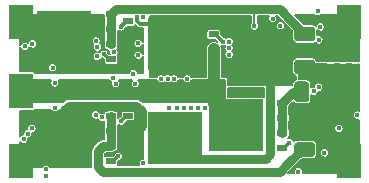
<source format=gbr>
%TF.GenerationSoftware,KiCad,Pcbnew,(5.1.6)-1*%
%TF.CreationDate,2020-12-28T23:38:13-08:00*%
%TF.ProjectId,SinESC-Multi,53696e45-5343-42d4-9d75-6c74692e6b69,2.3C*%
%TF.SameCoordinates,Original*%
%TF.FileFunction,Copper,L4,Bot*%
%TF.FilePolarity,Positive*%
%FSLAX46Y46*%
G04 Gerber Fmt 4.6, Leading zero omitted, Abs format (unit mm)*
G04 Created by KiCad (PCBNEW (5.1.6)-1) date 2020-12-28 23:38:13*
%MOMM*%
%LPD*%
G01*
G04 APERTURE LIST*
%TA.AperFunction,Conductor*%
%ADD10R,4.550000X4.410000*%
%TD*%
%TA.AperFunction,SMDPad,CuDef*%
%ADD11R,0.850000X0.500000*%
%TD*%
%TA.AperFunction,SMDPad,CuDef*%
%ADD12R,2.000000X3.000000*%
%TD*%
%TA.AperFunction,ViaPad*%
%ADD13C,0.400000*%
%TD*%
%TA.AperFunction,Conductor*%
%ADD14C,0.750000*%
%TD*%
%TA.AperFunction,Conductor*%
%ADD15C,0.350000*%
%TD*%
%TA.AperFunction,Conductor*%
%ADD16C,0.130000*%
%TD*%
%TA.AperFunction,Conductor*%
%ADD17C,1.000000*%
%TD*%
%TA.AperFunction,Conductor*%
%ADD18C,0.300000*%
%TD*%
G04 APERTURE END LIST*
%TO.P,R12,2*%
%TO.N,SHUNT_W*%
%TA.AperFunction,SMDPad,CuDef*%
G36*
G01*
X39525000Y-26825000D02*
X40775000Y-26825000D01*
G75*
G02*
X41025000Y-27075000I0J-250000D01*
G01*
X41025000Y-27825000D01*
G75*
G02*
X40775000Y-28075000I-250000J0D01*
G01*
X39525000Y-28075000D01*
G75*
G02*
X39275000Y-27825000I0J250000D01*
G01*
X39275000Y-27075000D01*
G75*
G02*
X39525000Y-26825000I250000J0D01*
G01*
G37*
%TD.AperFunction*%
%TO.P,R12,1*%
%TO.N,Earth*%
%TA.AperFunction,SMDPad,CuDef*%
G36*
G01*
X39525000Y-24025000D02*
X40775000Y-24025000D01*
G75*
G02*
X41025000Y-24275000I0J-250000D01*
G01*
X41025000Y-25025000D01*
G75*
G02*
X40775000Y-25275000I-250000J0D01*
G01*
X39525000Y-25275000D01*
G75*
G02*
X39275000Y-25025000I0J250000D01*
G01*
X39275000Y-24275000D01*
G75*
G02*
X39525000Y-24025000I250000J0D01*
G01*
G37*
%TD.AperFunction*%
%TD*%
%TO.P,C33,2*%
%TO.N,Earth*%
%TA.AperFunction,SMDPad,CuDef*%
G36*
G01*
X42127500Y-20440000D02*
X42472500Y-20440000D01*
G75*
G02*
X42620000Y-20587500I0J-147500D01*
G01*
X42620000Y-20882500D01*
G75*
G02*
X42472500Y-21030000I-147500J0D01*
G01*
X42127500Y-21030000D01*
G75*
G02*
X41980000Y-20882500I0J147500D01*
G01*
X41980000Y-20587500D01*
G75*
G02*
X42127500Y-20440000I147500J0D01*
G01*
G37*
%TD.AperFunction*%
%TO.P,C33,1*%
%TO.N,VBUS*%
%TA.AperFunction,SMDPad,CuDef*%
G36*
G01*
X42127500Y-19470000D02*
X42472500Y-19470000D01*
G75*
G02*
X42620000Y-19617500I0J-147500D01*
G01*
X42620000Y-19912500D01*
G75*
G02*
X42472500Y-20060000I-147500J0D01*
G01*
X42127500Y-20060000D01*
G75*
G02*
X41980000Y-19912500I0J147500D01*
G01*
X41980000Y-19617500D01*
G75*
G02*
X42127500Y-19470000I147500J0D01*
G01*
G37*
%TD.AperFunction*%
%TD*%
%TO.P,C31,2*%
%TO.N,Earth*%
%TA.AperFunction,SMDPad,CuDef*%
G36*
G01*
X43177500Y-20440000D02*
X43522500Y-20440000D01*
G75*
G02*
X43670000Y-20587500I0J-147500D01*
G01*
X43670000Y-20882500D01*
G75*
G02*
X43522500Y-21030000I-147500J0D01*
G01*
X43177500Y-21030000D01*
G75*
G02*
X43030000Y-20882500I0J147500D01*
G01*
X43030000Y-20587500D01*
G75*
G02*
X43177500Y-20440000I147500J0D01*
G01*
G37*
%TD.AperFunction*%
%TO.P,C31,1*%
%TO.N,VBUS*%
%TA.AperFunction,SMDPad,CuDef*%
G36*
G01*
X43177500Y-19470000D02*
X43522500Y-19470000D01*
G75*
G02*
X43670000Y-19617500I0J-147500D01*
G01*
X43670000Y-19912500D01*
G75*
G02*
X43522500Y-20060000I-147500J0D01*
G01*
X43177500Y-20060000D01*
G75*
G02*
X43030000Y-19912500I0J147500D01*
G01*
X43030000Y-19617500D01*
G75*
G02*
X43177500Y-19470000I147500J0D01*
G01*
G37*
%TD.AperFunction*%
%TD*%
%TO.P,C32,2*%
%TO.N,Earth*%
%TA.AperFunction,SMDPad,CuDef*%
G36*
G01*
X44227500Y-20440000D02*
X44572500Y-20440000D01*
G75*
G02*
X44720000Y-20587500I0J-147500D01*
G01*
X44720000Y-20882500D01*
G75*
G02*
X44572500Y-21030000I-147500J0D01*
G01*
X44227500Y-21030000D01*
G75*
G02*
X44080000Y-20882500I0J147500D01*
G01*
X44080000Y-20587500D01*
G75*
G02*
X44227500Y-20440000I147500J0D01*
G01*
G37*
%TD.AperFunction*%
%TO.P,C32,1*%
%TO.N,VBUS*%
%TA.AperFunction,SMDPad,CuDef*%
G36*
G01*
X44227500Y-19470000D02*
X44572500Y-19470000D01*
G75*
G02*
X44720000Y-19617500I0J-147500D01*
G01*
X44720000Y-19912500D01*
G75*
G02*
X44572500Y-20060000I-147500J0D01*
G01*
X44227500Y-20060000D01*
G75*
G02*
X44080000Y-19912500I0J147500D01*
G01*
X44080000Y-19617500D01*
G75*
G02*
X44227500Y-19470000I147500J0D01*
G01*
G37*
%TD.AperFunction*%
%TD*%
D10*
%TO.N,VBUS*%
%TO.C,Q3*%
X36400000Y-19600000D03*
D11*
%TD*%
%TO.P,Q3,4*%
%TO.N,HSV*%
X32450000Y-17695000D03*
%TO.P,Q3,3*%
%TO.N,V*%
X32450000Y-18965000D03*
%TO.P,Q3,2*%
X32450000Y-20235000D03*
%TO.P,Q3,1*%
X32450000Y-21505000D03*
%TD*%
D12*
%TO.P,J5,1*%
%TO.N,Earth*%
X43900000Y-28400000D03*
%TD*%
%TO.P,J4,1*%
%TO.N,VBUS*%
X43900000Y-16600000D03*
%TD*%
%TO.P,J3,1*%
%TO.N,W*%
X16100000Y-28400000D03*
%TD*%
%TO.P,J2,1*%
%TO.N,V*%
X16100000Y-22500000D03*
%TD*%
%TO.P,J1,1*%
%TO.N,U*%
X16100000Y-16600000D03*
%TD*%
D10*
%TO.N,VBUS*%
%TO.C,Q1*%
X29150000Y-18500000D03*
D11*
%TD*%
%TO.P,Q1,4*%
%TO.N,HSU*%
X25200000Y-16595000D03*
%TO.P,Q1,3*%
%TO.N,U*%
X25200000Y-17865000D03*
%TO.P,Q1,2*%
X25200000Y-19135000D03*
%TO.P,Q1,1*%
X25200000Y-20405000D03*
%TD*%
D10*
%TO.N,U*%
%TO.C,Q2*%
X19800000Y-17900000D03*
D11*
%TD*%
%TO.P,Q2,4*%
%TO.N,LSU*%
X23750000Y-19805000D03*
%TO.P,Q2,3*%
%TO.N,SHUNT_U*%
X23750000Y-18535000D03*
%TO.P,Q2,2*%
X23750000Y-17265000D03*
%TO.P,Q2,1*%
X23750000Y-15995000D03*
%TD*%
D10*
%TO.N,V*%
%TO.C,Q4*%
X34300000Y-25400000D03*
D11*
%TD*%
%TO.P,Q4,4*%
%TO.N,LSV*%
X38250000Y-27305000D03*
%TO.P,Q4,3*%
%TO.N,SHUNT_V*%
X38250000Y-26035000D03*
%TO.P,Q4,2*%
X38250000Y-24765000D03*
%TO.P,Q4,1*%
X38250000Y-23495000D03*
%TD*%
D10*
%TO.N,VBUS*%
%TO.C,Q5*%
X29150000Y-26500000D03*
D11*
%TD*%
%TO.P,Q5,4*%
%TO.N,HSW*%
X25200000Y-24595000D03*
%TO.P,Q5,3*%
%TO.N,W*%
X25200000Y-25865000D03*
%TO.P,Q5,2*%
X25200000Y-27135000D03*
%TO.P,Q5,1*%
X25200000Y-28405000D03*
%TD*%
D10*
%TO.N,W*%
%TO.C,Q6*%
X19800000Y-26500000D03*
D11*
%TD*%
%TO.P,Q6,4*%
%TO.N,LSW*%
X23750000Y-28405000D03*
%TO.P,Q6,3*%
%TO.N,SHUNT_W*%
X23750000Y-27135000D03*
%TO.P,Q6,2*%
X23750000Y-25865000D03*
%TO.P,Q6,1*%
X23750000Y-24595000D03*
%TD*%
%TO.P,R3,2*%
%TO.N,SHUNT_U*%
%TA.AperFunction,SMDPad,CuDef*%
G36*
G01*
X40775000Y-18275000D02*
X39525000Y-18275000D01*
G75*
G02*
X39275000Y-18025000I0J250000D01*
G01*
X39275000Y-17275000D01*
G75*
G02*
X39525000Y-17025000I250000J0D01*
G01*
X40775000Y-17025000D01*
G75*
G02*
X41025000Y-17275000I0J-250000D01*
G01*
X41025000Y-18025000D01*
G75*
G02*
X40775000Y-18275000I-250000J0D01*
G01*
G37*
%TD.AperFunction*%
%TO.P,R3,1*%
%TO.N,Earth*%
%TA.AperFunction,SMDPad,CuDef*%
G36*
G01*
X40775000Y-21075000D02*
X39525000Y-21075000D01*
G75*
G02*
X39275000Y-20825000I0J250000D01*
G01*
X39275000Y-20075000D01*
G75*
G02*
X39525000Y-19825000I250000J0D01*
G01*
X40775000Y-19825000D01*
G75*
G02*
X41025000Y-20075000I0J-250000D01*
G01*
X41025000Y-20825000D01*
G75*
G02*
X40775000Y-21075000I-250000J0D01*
G01*
G37*
%TD.AperFunction*%
%TD*%
%TO.P,R7,2*%
%TO.N,SHUNT_V*%
%TA.AperFunction,SMDPad,CuDef*%
G36*
G01*
X40525000Y-21925000D02*
X40525000Y-23175000D01*
G75*
G02*
X40275000Y-23425000I-250000J0D01*
G01*
X39525000Y-23425000D01*
G75*
G02*
X39275000Y-23175000I0J250000D01*
G01*
X39275000Y-21925000D01*
G75*
G02*
X39525000Y-21675000I250000J0D01*
G01*
X40275000Y-21675000D01*
G75*
G02*
X40525000Y-21925000I0J-250000D01*
G01*
G37*
%TD.AperFunction*%
%TO.P,R7,1*%
%TO.N,Earth*%
%TA.AperFunction,SMDPad,CuDef*%
G36*
G01*
X43325000Y-21925000D02*
X43325000Y-23175000D01*
G75*
G02*
X43075000Y-23425000I-250000J0D01*
G01*
X42325000Y-23425000D01*
G75*
G02*
X42075000Y-23175000I0J250000D01*
G01*
X42075000Y-21925000D01*
G75*
G02*
X42325000Y-21675000I250000J0D01*
G01*
X43075000Y-21675000D01*
G75*
G02*
X43325000Y-21925000I0J-250000D01*
G01*
G37*
%TD.AperFunction*%
%TD*%
D13*
%TO.N,Earth*%
X26500000Y-28600000D03*
X44000000Y-23625000D03*
X41325000Y-22850000D03*
X41475000Y-17050000D03*
X42592500Y-27507500D03*
X17100000Y-18500000D03*
X33800000Y-22600000D03*
X22500000Y-18240055D03*
X44600000Y-21250000D03*
%TO.N,+3V3*%
X31100000Y-23900000D03*
X38100000Y-16950000D03*
X39600000Y-29300000D03*
X43050000Y-25650000D03*
X41325000Y-22150000D03*
X41250000Y-15750000D03*
X25800000Y-21850000D03*
X24000000Y-19200000D03*
X29100000Y-21450000D03*
%TO.N,VBUS*%
X16450000Y-18700000D03*
X25950000Y-16250000D03*
X37250000Y-24350000D03*
%TO.N,SHUNT_U*%
X35900000Y-17000000D03*
X39025000Y-16525000D03*
%TO.N,SHUNT_V*%
X37450000Y-16350000D03*
X38250000Y-24350000D03*
%TO.N,SHUNT_W*%
X26500000Y-16250000D03*
X39200000Y-28200000D03*
%TO.N,CUR_U*%
X41350000Y-18150000D03*
X33750000Y-19400000D03*
%TO.N,CUR_V*%
X33750000Y-18850000D03*
X40900000Y-22500000D03*
%TO.N,CUR_W*%
X33750000Y-18300000D03*
X41825000Y-27725000D03*
%TO.N,HSU*%
X24600000Y-17050000D03*
X19000000Y-23900000D03*
%TO.N,LSU*%
X16348094Y-26551102D03*
X23152673Y-19352673D03*
%TO.N,HSV*%
X33200000Y-18300000D03*
X19000000Y-21800000D03*
%TO.N,LSV*%
X38850000Y-26850000D03*
X16700000Y-26100008D03*
%TO.N,HSW*%
X18800000Y-20500000D03*
X24600000Y-25050000D03*
%TO.N,LSW*%
X24350000Y-28000000D03*
X17055217Y-25644815D03*
%TO.N,DRV_EN*%
X30200000Y-21450000D03*
X22601986Y-18760162D03*
%TO.N,DRV_FAULT*%
X26050000Y-18450000D03*
X22600000Y-19550000D03*
%TO.N,PWM_V_L*%
X25650000Y-21000000D03*
X26050000Y-19450000D03*
%TO.N,PWM_U_H*%
X24150000Y-21850000D03*
X28550000Y-21450000D03*
%TO.N,PWM_W_H*%
X23900000Y-21350000D03*
X27995685Y-21445685D03*
%TO.N,SPI_CSN*%
X18250000Y-29100000D03*
X28700000Y-23900000D03*
%TO.N,SPI_SCK*%
X18250000Y-29644988D03*
X29300000Y-23900000D03*
%TO.N,SPI_SDO*%
X29900000Y-23900000D03*
X22450000Y-24500000D03*
%TO.N,SPI_SDI*%
X30500000Y-23900000D03*
X22950000Y-24700000D03*
%TO.N,SINWIRE*%
X44600000Y-24525000D03*
X31694970Y-23900000D03*
%TD*%
D14*
%TO.N,VBUS*%
X36889002Y-28200000D02*
X37250000Y-27839002D01*
X37250000Y-20450000D02*
X36400000Y-19600000D01*
X37250000Y-27839002D02*
X37250000Y-24350000D01*
X36400000Y-19600000D02*
X37000000Y-19000000D01*
X41500000Y-19000000D02*
X43900000Y-16600000D01*
X37000000Y-19000000D02*
X41500000Y-19000000D01*
X29150000Y-18500000D02*
X31000000Y-16650000D01*
X33450000Y-16650000D02*
X36400000Y-19600000D01*
X31000000Y-16650000D02*
X33450000Y-16650000D01*
D15*
X25950000Y-16250000D02*
X25950000Y-16532842D01*
X27450000Y-16800000D02*
X29150000Y-18500000D01*
X26217158Y-16800000D02*
X27450000Y-16800000D01*
D14*
X30850000Y-28200000D02*
X29150000Y-26500000D01*
X36889002Y-28200000D02*
X30850000Y-28200000D01*
D15*
X25950000Y-16532842D02*
X26217158Y-16800000D01*
D14*
X37250000Y-24350000D02*
X37250000Y-20450000D01*
%TO.N,U*%
X18500000Y-16600000D02*
X19800000Y-17900000D01*
X16100000Y-16600000D02*
X18500000Y-16600000D01*
X25200000Y-17865000D02*
X25200000Y-19135000D01*
X25200000Y-19135000D02*
X25200000Y-20405000D01*
X22500000Y-20600000D02*
X19800000Y-17900000D01*
X25200000Y-20405000D02*
X25005000Y-20600000D01*
X25005000Y-20600000D02*
X22500000Y-20600000D01*
%TO.N,SHUNT_U*%
X23750000Y-15995000D02*
X23750000Y-17265000D01*
X23750000Y-17265000D02*
X23750000Y-18535000D01*
X38030010Y-15530010D02*
X39025000Y-16525000D01*
X23750000Y-15995000D02*
X24214990Y-15530010D01*
X24214990Y-15530010D02*
X35919990Y-15530010D01*
X39025000Y-16525000D02*
X40150000Y-17650000D01*
D16*
X35900000Y-15550000D02*
X35919990Y-15530010D01*
X35900000Y-17000000D02*
X35900000Y-15550000D01*
D14*
X35919990Y-15530010D02*
X38030010Y-15530010D01*
D17*
%TO.N,V*%
X32450000Y-18965000D02*
X32450000Y-20235000D01*
X32450000Y-20235000D02*
X32450000Y-21505000D01*
X32450000Y-23550000D02*
X34300000Y-25400000D01*
X32450000Y-21505000D02*
X32450000Y-22750000D01*
X32450000Y-22750000D02*
X32450000Y-23550000D01*
X16100000Y-22500000D02*
X16300000Y-22700000D01*
X16300000Y-22700000D02*
X32000000Y-22700000D01*
D14*
X32200000Y-22500000D02*
X32450000Y-22750000D01*
D17*
X32000000Y-22700000D02*
X32200000Y-22500000D01*
D14*
%TO.N,SHUNT_V*%
X38250000Y-23495000D02*
X38250000Y-24350000D01*
X38250000Y-24765000D02*
X38250000Y-26035000D01*
X39195000Y-22550000D02*
X38250000Y-23495000D01*
X39900000Y-22550000D02*
X39195000Y-22550000D01*
X38250000Y-24350000D02*
X38250000Y-24765000D01*
%TO.N,W*%
X16100000Y-28400000D02*
X16725000Y-27775000D01*
X18525000Y-27775000D02*
X19800000Y-26500000D01*
X16725000Y-27775000D02*
X18525000Y-27775000D01*
X25200000Y-28405000D02*
X25200000Y-27135000D01*
X25200000Y-27135000D02*
X25200000Y-25865000D01*
X19800000Y-24100000D02*
X19800000Y-26500000D01*
X20185010Y-23714990D02*
X19800000Y-24100000D01*
X25910000Y-25865000D02*
X26369999Y-25405001D01*
X26369999Y-24180997D02*
X25903992Y-23714990D01*
X25200000Y-25865000D02*
X25910000Y-25865000D01*
X26369999Y-25405001D02*
X26369999Y-24180997D01*
X25903992Y-23714990D02*
X20185010Y-23714990D01*
%TO.N,SHUNT_W*%
X23750000Y-24595000D02*
X23750000Y-25865000D01*
X23750000Y-25865000D02*
X23750000Y-27135000D01*
X23090000Y-27135000D02*
X22650000Y-27575000D01*
X39900000Y-27450000D02*
X40150000Y-27450000D01*
X23750000Y-27135000D02*
X23090000Y-27135000D01*
X22650000Y-27575000D02*
X22650000Y-28889002D01*
X22650000Y-28889002D02*
X23085998Y-29325000D01*
X23085998Y-29325000D02*
X38025000Y-29325000D01*
X38762500Y-28587500D02*
X39900000Y-27450000D01*
X38025000Y-29325000D02*
X38762500Y-28587500D01*
X38600000Y-28750000D02*
X38762500Y-28587500D01*
D18*
%TO.N,HSU*%
X25200000Y-16595000D02*
X25055000Y-16595000D01*
X25055000Y-16595000D02*
X24600000Y-17050000D01*
%TO.N,LSU*%
X23605000Y-19805000D02*
X23152673Y-19352673D01*
X23750000Y-19805000D02*
X23605000Y-19805000D01*
%TO.N,HSV*%
X32450000Y-17695000D02*
X32595000Y-17695000D01*
X32595000Y-17695000D02*
X33200000Y-18300000D01*
%TO.N,LSV*%
X38250000Y-27305000D02*
X38395000Y-27305000D01*
X38395000Y-27305000D02*
X38850000Y-26850000D01*
%TO.N,HSW*%
X25200000Y-24595000D02*
X25055000Y-24595000D01*
X25055000Y-24595000D02*
X24600000Y-25050000D01*
%TO.N,LSW*%
X23945000Y-28405000D02*
X24350000Y-28000000D01*
X23750000Y-28405000D02*
X23945000Y-28405000D01*
%TD*%
D16*
%TO.N,Earth*%
G36*
X41936693Y-20198062D02*
G01*
X41996070Y-20229800D01*
X42060498Y-20249344D01*
X42127500Y-20255943D01*
X42472500Y-20255943D01*
X42539502Y-20249344D01*
X42603930Y-20229800D01*
X42663307Y-20198062D01*
X42667038Y-20195000D01*
X42982962Y-20195000D01*
X42986693Y-20198062D01*
X43046070Y-20229800D01*
X43110498Y-20249344D01*
X43177500Y-20255943D01*
X43522500Y-20255943D01*
X43589502Y-20249344D01*
X43653930Y-20229800D01*
X43713307Y-20198062D01*
X43717038Y-20195000D01*
X44032962Y-20195000D01*
X44036693Y-20198062D01*
X44096070Y-20229800D01*
X44160498Y-20249344D01*
X44227500Y-20255943D01*
X44572500Y-20255943D01*
X44639502Y-20249344D01*
X44703930Y-20229800D01*
X44735000Y-20213193D01*
X44735000Y-24153374D01*
X44715217Y-24145180D01*
X44638904Y-24130000D01*
X44561096Y-24130000D01*
X44484783Y-24145180D01*
X44412897Y-24174956D01*
X44348202Y-24218184D01*
X44293184Y-24273202D01*
X44249956Y-24337897D01*
X44220180Y-24409783D01*
X44205000Y-24486096D01*
X44205000Y-24563904D01*
X44220180Y-24640217D01*
X44249956Y-24712103D01*
X44293184Y-24776798D01*
X44348202Y-24831816D01*
X44412897Y-24875044D01*
X44484783Y-24904820D01*
X44561096Y-24920000D01*
X44638904Y-24920000D01*
X44715217Y-24904820D01*
X44735000Y-24896626D01*
X44735000Y-29435000D01*
X39971626Y-29435000D01*
X39979820Y-29415217D01*
X39995000Y-29338904D01*
X39995000Y-29261096D01*
X39979820Y-29184783D01*
X39950044Y-29112897D01*
X39906816Y-29048202D01*
X39851798Y-28993184D01*
X39787103Y-28949956D01*
X39715217Y-28920180D01*
X39638904Y-28905000D01*
X39561096Y-28905000D01*
X39484783Y-28920180D01*
X39412897Y-28949956D01*
X39348202Y-28993184D01*
X39293184Y-29048202D01*
X39249956Y-29112897D01*
X39220180Y-29184783D01*
X39205000Y-29261096D01*
X39205000Y-29338904D01*
X39220180Y-29415217D01*
X39228374Y-29435000D01*
X38721101Y-29435000D01*
X39185345Y-28970757D01*
X39185354Y-28970746D01*
X39885158Y-28270943D01*
X40775000Y-28270943D01*
X40861999Y-28262374D01*
X40945655Y-28236998D01*
X41022753Y-28195788D01*
X41090329Y-28140329D01*
X41145788Y-28072753D01*
X41186998Y-27995655D01*
X41212374Y-27911999D01*
X41220943Y-27825000D01*
X41220943Y-27686096D01*
X41430000Y-27686096D01*
X41430000Y-27763904D01*
X41445180Y-27840217D01*
X41474956Y-27912103D01*
X41518184Y-27976798D01*
X41573202Y-28031816D01*
X41637897Y-28075044D01*
X41709783Y-28104820D01*
X41786096Y-28120000D01*
X41863904Y-28120000D01*
X41940217Y-28104820D01*
X42012103Y-28075044D01*
X42076798Y-28031816D01*
X42131816Y-27976798D01*
X42175044Y-27912103D01*
X42204820Y-27840217D01*
X42220000Y-27763904D01*
X42220000Y-27686096D01*
X42204820Y-27609783D01*
X42175044Y-27537897D01*
X42131816Y-27473202D01*
X42076798Y-27418184D01*
X42012103Y-27374956D01*
X41940217Y-27345180D01*
X41863904Y-27330000D01*
X41786096Y-27330000D01*
X41709783Y-27345180D01*
X41637897Y-27374956D01*
X41573202Y-27418184D01*
X41518184Y-27473202D01*
X41474956Y-27537897D01*
X41445180Y-27609783D01*
X41430000Y-27686096D01*
X41220943Y-27686096D01*
X41220943Y-27075000D01*
X41212374Y-26988001D01*
X41186998Y-26904345D01*
X41145788Y-26827247D01*
X41090329Y-26759671D01*
X41022753Y-26704212D01*
X40945655Y-26663002D01*
X40861999Y-26637626D01*
X40775000Y-26629057D01*
X39525000Y-26629057D01*
X39438001Y-26637626D01*
X39354345Y-26663002D01*
X39277247Y-26704212D01*
X39231248Y-26741963D01*
X39229820Y-26734783D01*
X39200044Y-26662897D01*
X39156816Y-26598202D01*
X39101798Y-26543184D01*
X39037103Y-26499956D01*
X38965217Y-26470180D01*
X38888904Y-26455000D01*
X38811096Y-26455000D01*
X38739180Y-26469305D01*
X38749984Y-26466028D01*
X38783860Y-26447921D01*
X38813553Y-26423553D01*
X38837921Y-26393860D01*
X38856028Y-26359984D01*
X38867178Y-26323227D01*
X38870943Y-26285000D01*
X38870943Y-25785000D01*
X38867178Y-25746773D01*
X38856028Y-25710016D01*
X38837921Y-25676140D01*
X38820000Y-25654303D01*
X38820000Y-25611096D01*
X42655000Y-25611096D01*
X42655000Y-25688904D01*
X42670180Y-25765217D01*
X42699956Y-25837103D01*
X42743184Y-25901798D01*
X42798202Y-25956816D01*
X42862897Y-26000044D01*
X42934783Y-26029820D01*
X43011096Y-26045000D01*
X43088904Y-26045000D01*
X43165217Y-26029820D01*
X43237103Y-26000044D01*
X43301798Y-25956816D01*
X43356816Y-25901798D01*
X43400044Y-25837103D01*
X43429820Y-25765217D01*
X43445000Y-25688904D01*
X43445000Y-25611096D01*
X43429820Y-25534783D01*
X43400044Y-25462897D01*
X43356816Y-25398202D01*
X43301798Y-25343184D01*
X43237103Y-25299956D01*
X43165217Y-25270180D01*
X43088904Y-25255000D01*
X43011096Y-25255000D01*
X42934783Y-25270180D01*
X42862897Y-25299956D01*
X42798202Y-25343184D01*
X42743184Y-25398202D01*
X42699956Y-25462897D01*
X42670180Y-25534783D01*
X42655000Y-25611096D01*
X38820000Y-25611096D01*
X38820000Y-25145697D01*
X38837921Y-25123860D01*
X38856028Y-25089984D01*
X38867178Y-25053227D01*
X38870943Y-25015000D01*
X38870943Y-24515000D01*
X38867178Y-24476773D01*
X38856028Y-24440016D01*
X38837921Y-24406140D01*
X38820000Y-24384303D01*
X38820000Y-23875697D01*
X38837921Y-23853860D01*
X38856028Y-23819984D01*
X38867178Y-23783227D01*
X38870943Y-23745000D01*
X38870943Y-23680157D01*
X39145203Y-23405898D01*
X39154212Y-23422753D01*
X39209671Y-23490329D01*
X39277247Y-23545788D01*
X39354345Y-23586998D01*
X39438001Y-23612374D01*
X39525000Y-23620943D01*
X40275000Y-23620943D01*
X40361999Y-23612374D01*
X40445655Y-23586998D01*
X40522753Y-23545788D01*
X40590329Y-23490329D01*
X40645788Y-23422753D01*
X40686998Y-23345655D01*
X40712374Y-23261999D01*
X40720943Y-23175000D01*
X40720943Y-22853377D01*
X40784783Y-22879820D01*
X40861096Y-22895000D01*
X40938904Y-22895000D01*
X41015217Y-22879820D01*
X41087103Y-22850044D01*
X41151798Y-22806816D01*
X41206816Y-22751798D01*
X41250044Y-22687103D01*
X41279820Y-22615217D01*
X41293787Y-22545000D01*
X41363904Y-22545000D01*
X41440217Y-22529820D01*
X41512103Y-22500044D01*
X41576798Y-22456816D01*
X41631816Y-22401798D01*
X41675044Y-22337103D01*
X41704820Y-22265217D01*
X41720000Y-22188904D01*
X41720000Y-22111096D01*
X41704820Y-22034783D01*
X41675044Y-21962897D01*
X41631816Y-21898202D01*
X41576798Y-21843184D01*
X41512103Y-21799956D01*
X41440217Y-21770180D01*
X41363904Y-21755000D01*
X41286096Y-21755000D01*
X41209783Y-21770180D01*
X41137897Y-21799956D01*
X41073202Y-21843184D01*
X41018184Y-21898202D01*
X40974956Y-21962897D01*
X40945180Y-22034783D01*
X40931213Y-22105000D01*
X40861096Y-22105000D01*
X40784783Y-22120180D01*
X40720943Y-22146623D01*
X40720943Y-21925000D01*
X40712374Y-21838001D01*
X40686998Y-21754345D01*
X40645788Y-21677247D01*
X40590329Y-21609671D01*
X40522753Y-21554212D01*
X40445655Y-21513002D01*
X40361999Y-21487626D01*
X40275000Y-21479057D01*
X39695000Y-21479057D01*
X39695000Y-20195000D01*
X41932962Y-20195000D01*
X41936693Y-20198062D01*
G37*
X41936693Y-20198062D02*
X41996070Y-20229800D01*
X42060498Y-20249344D01*
X42127500Y-20255943D01*
X42472500Y-20255943D01*
X42539502Y-20249344D01*
X42603930Y-20229800D01*
X42663307Y-20198062D01*
X42667038Y-20195000D01*
X42982962Y-20195000D01*
X42986693Y-20198062D01*
X43046070Y-20229800D01*
X43110498Y-20249344D01*
X43177500Y-20255943D01*
X43522500Y-20255943D01*
X43589502Y-20249344D01*
X43653930Y-20229800D01*
X43713307Y-20198062D01*
X43717038Y-20195000D01*
X44032962Y-20195000D01*
X44036693Y-20198062D01*
X44096070Y-20229800D01*
X44160498Y-20249344D01*
X44227500Y-20255943D01*
X44572500Y-20255943D01*
X44639502Y-20249344D01*
X44703930Y-20229800D01*
X44735000Y-20213193D01*
X44735000Y-24153374D01*
X44715217Y-24145180D01*
X44638904Y-24130000D01*
X44561096Y-24130000D01*
X44484783Y-24145180D01*
X44412897Y-24174956D01*
X44348202Y-24218184D01*
X44293184Y-24273202D01*
X44249956Y-24337897D01*
X44220180Y-24409783D01*
X44205000Y-24486096D01*
X44205000Y-24563904D01*
X44220180Y-24640217D01*
X44249956Y-24712103D01*
X44293184Y-24776798D01*
X44348202Y-24831816D01*
X44412897Y-24875044D01*
X44484783Y-24904820D01*
X44561096Y-24920000D01*
X44638904Y-24920000D01*
X44715217Y-24904820D01*
X44735000Y-24896626D01*
X44735000Y-29435000D01*
X39971626Y-29435000D01*
X39979820Y-29415217D01*
X39995000Y-29338904D01*
X39995000Y-29261096D01*
X39979820Y-29184783D01*
X39950044Y-29112897D01*
X39906816Y-29048202D01*
X39851798Y-28993184D01*
X39787103Y-28949956D01*
X39715217Y-28920180D01*
X39638904Y-28905000D01*
X39561096Y-28905000D01*
X39484783Y-28920180D01*
X39412897Y-28949956D01*
X39348202Y-28993184D01*
X39293184Y-29048202D01*
X39249956Y-29112897D01*
X39220180Y-29184783D01*
X39205000Y-29261096D01*
X39205000Y-29338904D01*
X39220180Y-29415217D01*
X39228374Y-29435000D01*
X38721101Y-29435000D01*
X39185345Y-28970757D01*
X39185354Y-28970746D01*
X39885158Y-28270943D01*
X40775000Y-28270943D01*
X40861999Y-28262374D01*
X40945655Y-28236998D01*
X41022753Y-28195788D01*
X41090329Y-28140329D01*
X41145788Y-28072753D01*
X41186998Y-27995655D01*
X41212374Y-27911999D01*
X41220943Y-27825000D01*
X41220943Y-27686096D01*
X41430000Y-27686096D01*
X41430000Y-27763904D01*
X41445180Y-27840217D01*
X41474956Y-27912103D01*
X41518184Y-27976798D01*
X41573202Y-28031816D01*
X41637897Y-28075044D01*
X41709783Y-28104820D01*
X41786096Y-28120000D01*
X41863904Y-28120000D01*
X41940217Y-28104820D01*
X42012103Y-28075044D01*
X42076798Y-28031816D01*
X42131816Y-27976798D01*
X42175044Y-27912103D01*
X42204820Y-27840217D01*
X42220000Y-27763904D01*
X42220000Y-27686096D01*
X42204820Y-27609783D01*
X42175044Y-27537897D01*
X42131816Y-27473202D01*
X42076798Y-27418184D01*
X42012103Y-27374956D01*
X41940217Y-27345180D01*
X41863904Y-27330000D01*
X41786096Y-27330000D01*
X41709783Y-27345180D01*
X41637897Y-27374956D01*
X41573202Y-27418184D01*
X41518184Y-27473202D01*
X41474956Y-27537897D01*
X41445180Y-27609783D01*
X41430000Y-27686096D01*
X41220943Y-27686096D01*
X41220943Y-27075000D01*
X41212374Y-26988001D01*
X41186998Y-26904345D01*
X41145788Y-26827247D01*
X41090329Y-26759671D01*
X41022753Y-26704212D01*
X40945655Y-26663002D01*
X40861999Y-26637626D01*
X40775000Y-26629057D01*
X39525000Y-26629057D01*
X39438001Y-26637626D01*
X39354345Y-26663002D01*
X39277247Y-26704212D01*
X39231248Y-26741963D01*
X39229820Y-26734783D01*
X39200044Y-26662897D01*
X39156816Y-26598202D01*
X39101798Y-26543184D01*
X39037103Y-26499956D01*
X38965217Y-26470180D01*
X38888904Y-26455000D01*
X38811096Y-26455000D01*
X38739180Y-26469305D01*
X38749984Y-26466028D01*
X38783860Y-26447921D01*
X38813553Y-26423553D01*
X38837921Y-26393860D01*
X38856028Y-26359984D01*
X38867178Y-26323227D01*
X38870943Y-26285000D01*
X38870943Y-25785000D01*
X38867178Y-25746773D01*
X38856028Y-25710016D01*
X38837921Y-25676140D01*
X38820000Y-25654303D01*
X38820000Y-25611096D01*
X42655000Y-25611096D01*
X42655000Y-25688904D01*
X42670180Y-25765217D01*
X42699956Y-25837103D01*
X42743184Y-25901798D01*
X42798202Y-25956816D01*
X42862897Y-26000044D01*
X42934783Y-26029820D01*
X43011096Y-26045000D01*
X43088904Y-26045000D01*
X43165217Y-26029820D01*
X43237103Y-26000044D01*
X43301798Y-25956816D01*
X43356816Y-25901798D01*
X43400044Y-25837103D01*
X43429820Y-25765217D01*
X43445000Y-25688904D01*
X43445000Y-25611096D01*
X43429820Y-25534783D01*
X43400044Y-25462897D01*
X43356816Y-25398202D01*
X43301798Y-25343184D01*
X43237103Y-25299956D01*
X43165217Y-25270180D01*
X43088904Y-25255000D01*
X43011096Y-25255000D01*
X42934783Y-25270180D01*
X42862897Y-25299956D01*
X42798202Y-25343184D01*
X42743184Y-25398202D01*
X42699956Y-25462897D01*
X42670180Y-25534783D01*
X42655000Y-25611096D01*
X38820000Y-25611096D01*
X38820000Y-25145697D01*
X38837921Y-25123860D01*
X38856028Y-25089984D01*
X38867178Y-25053227D01*
X38870943Y-25015000D01*
X38870943Y-24515000D01*
X38867178Y-24476773D01*
X38856028Y-24440016D01*
X38837921Y-24406140D01*
X38820000Y-24384303D01*
X38820000Y-23875697D01*
X38837921Y-23853860D01*
X38856028Y-23819984D01*
X38867178Y-23783227D01*
X38870943Y-23745000D01*
X38870943Y-23680157D01*
X39145203Y-23405898D01*
X39154212Y-23422753D01*
X39209671Y-23490329D01*
X39277247Y-23545788D01*
X39354345Y-23586998D01*
X39438001Y-23612374D01*
X39525000Y-23620943D01*
X40275000Y-23620943D01*
X40361999Y-23612374D01*
X40445655Y-23586998D01*
X40522753Y-23545788D01*
X40590329Y-23490329D01*
X40645788Y-23422753D01*
X40686998Y-23345655D01*
X40712374Y-23261999D01*
X40720943Y-23175000D01*
X40720943Y-22853377D01*
X40784783Y-22879820D01*
X40861096Y-22895000D01*
X40938904Y-22895000D01*
X41015217Y-22879820D01*
X41087103Y-22850044D01*
X41151798Y-22806816D01*
X41206816Y-22751798D01*
X41250044Y-22687103D01*
X41279820Y-22615217D01*
X41293787Y-22545000D01*
X41363904Y-22545000D01*
X41440217Y-22529820D01*
X41512103Y-22500044D01*
X41576798Y-22456816D01*
X41631816Y-22401798D01*
X41675044Y-22337103D01*
X41704820Y-22265217D01*
X41720000Y-22188904D01*
X41720000Y-22111096D01*
X41704820Y-22034783D01*
X41675044Y-21962897D01*
X41631816Y-21898202D01*
X41576798Y-21843184D01*
X41512103Y-21799956D01*
X41440217Y-21770180D01*
X41363904Y-21755000D01*
X41286096Y-21755000D01*
X41209783Y-21770180D01*
X41137897Y-21799956D01*
X41073202Y-21843184D01*
X41018184Y-21898202D01*
X40974956Y-21962897D01*
X40945180Y-22034783D01*
X40931213Y-22105000D01*
X40861096Y-22105000D01*
X40784783Y-22120180D01*
X40720943Y-22146623D01*
X40720943Y-21925000D01*
X40712374Y-21838001D01*
X40686998Y-21754345D01*
X40645788Y-21677247D01*
X40590329Y-21609671D01*
X40522753Y-21554212D01*
X40445655Y-21513002D01*
X40361999Y-21487626D01*
X40275000Y-21479057D01*
X39695000Y-21479057D01*
X39695000Y-20195000D01*
X41932962Y-20195000D01*
X41936693Y-20198062D01*
G36*
X36680000Y-23030016D02*
G01*
X36649984Y-23013972D01*
X36613227Y-23002822D01*
X36575000Y-22999057D01*
X33695000Y-22999057D01*
X33695000Y-22195000D01*
X36680001Y-22195000D01*
X36680000Y-23030016D01*
G37*
X36680000Y-23030016D02*
X36649984Y-23013972D01*
X36613227Y-23002822D01*
X36575000Y-22999057D01*
X33695000Y-22999057D01*
X33695000Y-22195000D01*
X36680001Y-22195000D01*
X36680000Y-23030016D01*
%TO.N,W*%
G36*
X18649956Y-24087103D02*
G01*
X18693184Y-24151798D01*
X18748202Y-24206816D01*
X18812897Y-24250044D01*
X18884783Y-24279820D01*
X18961096Y-24295000D01*
X19038904Y-24295000D01*
X19115217Y-24279820D01*
X19187103Y-24250044D01*
X19251798Y-24206816D01*
X19306816Y-24151798D01*
X19350044Y-24087103D01*
X19359199Y-24065000D01*
X23533591Y-24065000D01*
X23530815Y-24065842D01*
X23431793Y-24118770D01*
X23394889Y-24149057D01*
X23325000Y-24149057D01*
X23286773Y-24152822D01*
X23250016Y-24163972D01*
X23216140Y-24182079D01*
X23186447Y-24206447D01*
X23162079Y-24236140D01*
X23143972Y-24270016D01*
X23132822Y-24306773D01*
X23129057Y-24345000D01*
X23129057Y-24346623D01*
X23065217Y-24320180D01*
X22988904Y-24305000D01*
X22911096Y-24305000D01*
X22834783Y-24320180D01*
X22807706Y-24331395D01*
X22800044Y-24312897D01*
X22756816Y-24248202D01*
X22701798Y-24193184D01*
X22637103Y-24149956D01*
X22565217Y-24120180D01*
X22488904Y-24105000D01*
X22411096Y-24105000D01*
X22334783Y-24120180D01*
X22262897Y-24149956D01*
X22198202Y-24193184D01*
X22143184Y-24248202D01*
X22099956Y-24312897D01*
X22070180Y-24384783D01*
X22055000Y-24461096D01*
X22055000Y-24538904D01*
X22070180Y-24615217D01*
X22099956Y-24687103D01*
X22143184Y-24751798D01*
X22198202Y-24806816D01*
X22262897Y-24850044D01*
X22334783Y-24879820D01*
X22411096Y-24895000D01*
X22488904Y-24895000D01*
X22565217Y-24879820D01*
X22592294Y-24868605D01*
X22599956Y-24887103D01*
X22643184Y-24951798D01*
X22698202Y-25006816D01*
X22762897Y-25050044D01*
X22834783Y-25079820D01*
X22911096Y-25095000D01*
X22988904Y-25095000D01*
X23065217Y-25079820D01*
X23137103Y-25050044D01*
X23180000Y-25021381D01*
X23180001Y-25484302D01*
X23162079Y-25506140D01*
X23143972Y-25540016D01*
X23132822Y-25576773D01*
X23129057Y-25615000D01*
X23129057Y-26115000D01*
X23132822Y-26153227D01*
X23143972Y-26189984D01*
X23162079Y-26223860D01*
X23180000Y-26245698D01*
X23180001Y-26565000D01*
X23117983Y-26565000D01*
X23090000Y-26562244D01*
X23062017Y-26565000D01*
X23062007Y-26565000D01*
X22978261Y-26573248D01*
X22870815Y-26605842D01*
X22821304Y-26632306D01*
X22771792Y-26658770D01*
X22730301Y-26692822D01*
X22685000Y-26730000D01*
X22667154Y-26751745D01*
X22266749Y-27152151D01*
X22245000Y-27170000D01*
X22200138Y-27224664D01*
X22173770Y-27256793D01*
X22121714Y-27354184D01*
X22120842Y-27355816D01*
X22088248Y-27463262D01*
X22080000Y-27547008D01*
X22080000Y-27547017D01*
X22077244Y-27575000D01*
X22080000Y-27602983D01*
X22080001Y-28861009D01*
X22077244Y-28889002D01*
X22081774Y-28935000D01*
X18609199Y-28935000D01*
X18600044Y-28912897D01*
X18556816Y-28848202D01*
X18501798Y-28793184D01*
X18437103Y-28749956D01*
X18365217Y-28720180D01*
X18288904Y-28705000D01*
X18211096Y-28705000D01*
X18134783Y-28720180D01*
X18062897Y-28749956D01*
X17998202Y-28793184D01*
X17943184Y-28848202D01*
X17899956Y-28912897D01*
X17890801Y-28935000D01*
X16065000Y-28935000D01*
X16065000Y-26826622D01*
X16096296Y-26857918D01*
X16160991Y-26901146D01*
X16232877Y-26930922D01*
X16309190Y-26946102D01*
X16386998Y-26946102D01*
X16463311Y-26930922D01*
X16535197Y-26901146D01*
X16599892Y-26857918D01*
X16654910Y-26802900D01*
X16698138Y-26738205D01*
X16727914Y-26666319D01*
X16743094Y-26590006D01*
X16743094Y-26512198D01*
X16739645Y-26494861D01*
X16815217Y-26479828D01*
X16887103Y-26450052D01*
X16951798Y-26406824D01*
X17006816Y-26351806D01*
X17050044Y-26287111D01*
X17079820Y-26215225D01*
X17095000Y-26138912D01*
X17095000Y-26061104D01*
X17090765Y-26039815D01*
X17094121Y-26039815D01*
X17170434Y-26024635D01*
X17242320Y-25994859D01*
X17307015Y-25951631D01*
X17362033Y-25896613D01*
X17405261Y-25831918D01*
X17435037Y-25760032D01*
X17450217Y-25683719D01*
X17450217Y-25605911D01*
X17435037Y-25529598D01*
X17405261Y-25457712D01*
X17362033Y-25393017D01*
X17307015Y-25337999D01*
X17242320Y-25294771D01*
X17170434Y-25264995D01*
X17094121Y-25249815D01*
X17016313Y-25249815D01*
X16940000Y-25264995D01*
X16868114Y-25294771D01*
X16803419Y-25337999D01*
X16748401Y-25393017D01*
X16705173Y-25457712D01*
X16675397Y-25529598D01*
X16660217Y-25605911D01*
X16660217Y-25683719D01*
X16664452Y-25705008D01*
X16661096Y-25705008D01*
X16584783Y-25720188D01*
X16512897Y-25749964D01*
X16448202Y-25793192D01*
X16393184Y-25848210D01*
X16349956Y-25912905D01*
X16320180Y-25984791D01*
X16305000Y-26061104D01*
X16305000Y-26138912D01*
X16308449Y-26156249D01*
X16232877Y-26171282D01*
X16160991Y-26201058D01*
X16096296Y-26244286D01*
X16065000Y-26275582D01*
X16065000Y-24195943D01*
X17100000Y-24195943D01*
X17138227Y-24192178D01*
X17174984Y-24181028D01*
X17208860Y-24162921D01*
X17238553Y-24138553D01*
X17262921Y-24108860D01*
X17281028Y-24074984D01*
X17284057Y-24065000D01*
X18640801Y-24065000D01*
X18649956Y-24087103D01*
G37*
X18649956Y-24087103D02*
X18693184Y-24151798D01*
X18748202Y-24206816D01*
X18812897Y-24250044D01*
X18884783Y-24279820D01*
X18961096Y-24295000D01*
X19038904Y-24295000D01*
X19115217Y-24279820D01*
X19187103Y-24250044D01*
X19251798Y-24206816D01*
X19306816Y-24151798D01*
X19350044Y-24087103D01*
X19359199Y-24065000D01*
X23533591Y-24065000D01*
X23530815Y-24065842D01*
X23431793Y-24118770D01*
X23394889Y-24149057D01*
X23325000Y-24149057D01*
X23286773Y-24152822D01*
X23250016Y-24163972D01*
X23216140Y-24182079D01*
X23186447Y-24206447D01*
X23162079Y-24236140D01*
X23143972Y-24270016D01*
X23132822Y-24306773D01*
X23129057Y-24345000D01*
X23129057Y-24346623D01*
X23065217Y-24320180D01*
X22988904Y-24305000D01*
X22911096Y-24305000D01*
X22834783Y-24320180D01*
X22807706Y-24331395D01*
X22800044Y-24312897D01*
X22756816Y-24248202D01*
X22701798Y-24193184D01*
X22637103Y-24149956D01*
X22565217Y-24120180D01*
X22488904Y-24105000D01*
X22411096Y-24105000D01*
X22334783Y-24120180D01*
X22262897Y-24149956D01*
X22198202Y-24193184D01*
X22143184Y-24248202D01*
X22099956Y-24312897D01*
X22070180Y-24384783D01*
X22055000Y-24461096D01*
X22055000Y-24538904D01*
X22070180Y-24615217D01*
X22099956Y-24687103D01*
X22143184Y-24751798D01*
X22198202Y-24806816D01*
X22262897Y-24850044D01*
X22334783Y-24879820D01*
X22411096Y-24895000D01*
X22488904Y-24895000D01*
X22565217Y-24879820D01*
X22592294Y-24868605D01*
X22599956Y-24887103D01*
X22643184Y-24951798D01*
X22698202Y-25006816D01*
X22762897Y-25050044D01*
X22834783Y-25079820D01*
X22911096Y-25095000D01*
X22988904Y-25095000D01*
X23065217Y-25079820D01*
X23137103Y-25050044D01*
X23180000Y-25021381D01*
X23180001Y-25484302D01*
X23162079Y-25506140D01*
X23143972Y-25540016D01*
X23132822Y-25576773D01*
X23129057Y-25615000D01*
X23129057Y-26115000D01*
X23132822Y-26153227D01*
X23143972Y-26189984D01*
X23162079Y-26223860D01*
X23180000Y-26245698D01*
X23180001Y-26565000D01*
X23117983Y-26565000D01*
X23090000Y-26562244D01*
X23062017Y-26565000D01*
X23062007Y-26565000D01*
X22978261Y-26573248D01*
X22870815Y-26605842D01*
X22821304Y-26632306D01*
X22771792Y-26658770D01*
X22730301Y-26692822D01*
X22685000Y-26730000D01*
X22667154Y-26751745D01*
X22266749Y-27152151D01*
X22245000Y-27170000D01*
X22200138Y-27224664D01*
X22173770Y-27256793D01*
X22121714Y-27354184D01*
X22120842Y-27355816D01*
X22088248Y-27463262D01*
X22080000Y-27547008D01*
X22080000Y-27547017D01*
X22077244Y-27575000D01*
X22080000Y-27602983D01*
X22080001Y-28861009D01*
X22077244Y-28889002D01*
X22081774Y-28935000D01*
X18609199Y-28935000D01*
X18600044Y-28912897D01*
X18556816Y-28848202D01*
X18501798Y-28793184D01*
X18437103Y-28749956D01*
X18365217Y-28720180D01*
X18288904Y-28705000D01*
X18211096Y-28705000D01*
X18134783Y-28720180D01*
X18062897Y-28749956D01*
X17998202Y-28793184D01*
X17943184Y-28848202D01*
X17899956Y-28912897D01*
X17890801Y-28935000D01*
X16065000Y-28935000D01*
X16065000Y-26826622D01*
X16096296Y-26857918D01*
X16160991Y-26901146D01*
X16232877Y-26930922D01*
X16309190Y-26946102D01*
X16386998Y-26946102D01*
X16463311Y-26930922D01*
X16535197Y-26901146D01*
X16599892Y-26857918D01*
X16654910Y-26802900D01*
X16698138Y-26738205D01*
X16727914Y-26666319D01*
X16743094Y-26590006D01*
X16743094Y-26512198D01*
X16739645Y-26494861D01*
X16815217Y-26479828D01*
X16887103Y-26450052D01*
X16951798Y-26406824D01*
X17006816Y-26351806D01*
X17050044Y-26287111D01*
X17079820Y-26215225D01*
X17095000Y-26138912D01*
X17095000Y-26061104D01*
X17090765Y-26039815D01*
X17094121Y-26039815D01*
X17170434Y-26024635D01*
X17242320Y-25994859D01*
X17307015Y-25951631D01*
X17362033Y-25896613D01*
X17405261Y-25831918D01*
X17435037Y-25760032D01*
X17450217Y-25683719D01*
X17450217Y-25605911D01*
X17435037Y-25529598D01*
X17405261Y-25457712D01*
X17362033Y-25393017D01*
X17307015Y-25337999D01*
X17242320Y-25294771D01*
X17170434Y-25264995D01*
X17094121Y-25249815D01*
X17016313Y-25249815D01*
X16940000Y-25264995D01*
X16868114Y-25294771D01*
X16803419Y-25337999D01*
X16748401Y-25393017D01*
X16705173Y-25457712D01*
X16675397Y-25529598D01*
X16660217Y-25605911D01*
X16660217Y-25683719D01*
X16664452Y-25705008D01*
X16661096Y-25705008D01*
X16584783Y-25720188D01*
X16512897Y-25749964D01*
X16448202Y-25793192D01*
X16393184Y-25848210D01*
X16349956Y-25912905D01*
X16320180Y-25984791D01*
X16305000Y-26061104D01*
X16305000Y-26138912D01*
X16308449Y-26156249D01*
X16232877Y-26171282D01*
X16160991Y-26201058D01*
X16096296Y-26244286D01*
X16065000Y-26275582D01*
X16065000Y-24195943D01*
X17100000Y-24195943D01*
X17138227Y-24192178D01*
X17174984Y-24181028D01*
X17208860Y-24162921D01*
X17238553Y-24138553D01*
X17262921Y-24108860D01*
X17281028Y-24074984D01*
X17284057Y-24065000D01*
X18640801Y-24065000D01*
X18649956Y-24087103D01*
G36*
X26435000Y-28210191D02*
G01*
X26384783Y-28220180D01*
X26312897Y-28249956D01*
X26248202Y-28293184D01*
X26193184Y-28348202D01*
X26149956Y-28412897D01*
X26120180Y-28484783D01*
X26105000Y-28561096D01*
X26105000Y-28638904D01*
X26120180Y-28715217D01*
X26136659Y-28755000D01*
X24342657Y-28755000D01*
X24356028Y-28729984D01*
X24367178Y-28693227D01*
X24370943Y-28655000D01*
X24370943Y-28466960D01*
X24456312Y-28381591D01*
X24465217Y-28379820D01*
X24537103Y-28350044D01*
X24601798Y-28306816D01*
X24656816Y-28251798D01*
X24700044Y-28187103D01*
X24729820Y-28115217D01*
X24745000Y-28038904D01*
X24745000Y-27961096D01*
X24729820Y-27884783D01*
X24700044Y-27812897D01*
X24656816Y-27748202D01*
X24601798Y-27693184D01*
X24537103Y-27649956D01*
X24465217Y-27620180D01*
X24388904Y-27605000D01*
X24311096Y-27605000D01*
X24234783Y-27620180D01*
X24162897Y-27649956D01*
X24098202Y-27693184D01*
X24043184Y-27748202D01*
X23999956Y-27812897D01*
X23970180Y-27884783D01*
X23968409Y-27893688D01*
X23903040Y-27959057D01*
X23325000Y-27959057D01*
X23286773Y-27962822D01*
X23250016Y-27973972D01*
X23220000Y-27990016D01*
X23220000Y-27811100D01*
X23326101Y-27705000D01*
X23722007Y-27705000D01*
X23750000Y-27707757D01*
X23777993Y-27705000D01*
X23861739Y-27696752D01*
X23969185Y-27664158D01*
X24068207Y-27611230D01*
X24105111Y-27580943D01*
X24175000Y-27580943D01*
X24213227Y-27577178D01*
X24249984Y-27566028D01*
X24283860Y-27547921D01*
X24313553Y-27523553D01*
X24337921Y-27493860D01*
X24356028Y-27459984D01*
X24367178Y-27423227D01*
X24370943Y-27385000D01*
X24370943Y-26885000D01*
X24367178Y-26846773D01*
X24356028Y-26810016D01*
X24337921Y-26776140D01*
X24320000Y-26754303D01*
X24320000Y-26245697D01*
X24337921Y-26223860D01*
X24356028Y-26189984D01*
X24367178Y-26153227D01*
X24370943Y-26115000D01*
X24370943Y-25615000D01*
X24367178Y-25576773D01*
X24356028Y-25540016D01*
X24337921Y-25506140D01*
X24320000Y-25484303D01*
X24320000Y-25328614D01*
X24348202Y-25356816D01*
X24412897Y-25400044D01*
X24484783Y-25429820D01*
X24561096Y-25445000D01*
X24638904Y-25445000D01*
X24715217Y-25429820D01*
X24787103Y-25400044D01*
X24851798Y-25356816D01*
X24906816Y-25301798D01*
X24950044Y-25237103D01*
X24979820Y-25165217D01*
X24981591Y-25156312D01*
X25096961Y-25040943D01*
X25625000Y-25040943D01*
X25663227Y-25037178D01*
X25699984Y-25026028D01*
X25733860Y-25007921D01*
X25763553Y-24983553D01*
X25787921Y-24953860D01*
X25806028Y-24919984D01*
X25817178Y-24883227D01*
X25820943Y-24845000D01*
X25820943Y-24345000D01*
X25817178Y-24306773D01*
X25806028Y-24270016D01*
X25787921Y-24236140D01*
X25763553Y-24206447D01*
X25733860Y-24182079D01*
X25699984Y-24163972D01*
X25663227Y-24152822D01*
X25625000Y-24149057D01*
X24775000Y-24149057D01*
X24736773Y-24152822D01*
X24700016Y-24163972D01*
X24666140Y-24182079D01*
X24636447Y-24206447D01*
X24612079Y-24236140D01*
X24593972Y-24270016D01*
X24582822Y-24306773D01*
X24579057Y-24345000D01*
X24579057Y-24583040D01*
X24493688Y-24668409D01*
X24484783Y-24670180D01*
X24412897Y-24699956D01*
X24370943Y-24727989D01*
X24370943Y-24345000D01*
X24367178Y-24306773D01*
X24356028Y-24270016D01*
X24337921Y-24236140D01*
X24313553Y-24206447D01*
X24283860Y-24182079D01*
X24249984Y-24163972D01*
X24213227Y-24152822D01*
X24175000Y-24149057D01*
X24105111Y-24149057D01*
X24068206Y-24118770D01*
X23969184Y-24065842D01*
X23966408Y-24065000D01*
X26435000Y-24065000D01*
X26435000Y-28210191D01*
G37*
X26435000Y-28210191D02*
X26384783Y-28220180D01*
X26312897Y-28249956D01*
X26248202Y-28293184D01*
X26193184Y-28348202D01*
X26149956Y-28412897D01*
X26120180Y-28484783D01*
X26105000Y-28561096D01*
X26105000Y-28638904D01*
X26120180Y-28715217D01*
X26136659Y-28755000D01*
X24342657Y-28755000D01*
X24356028Y-28729984D01*
X24367178Y-28693227D01*
X24370943Y-28655000D01*
X24370943Y-28466960D01*
X24456312Y-28381591D01*
X24465217Y-28379820D01*
X24537103Y-28350044D01*
X24601798Y-28306816D01*
X24656816Y-28251798D01*
X24700044Y-28187103D01*
X24729820Y-28115217D01*
X24745000Y-28038904D01*
X24745000Y-27961096D01*
X24729820Y-27884783D01*
X24700044Y-27812897D01*
X24656816Y-27748202D01*
X24601798Y-27693184D01*
X24537103Y-27649956D01*
X24465217Y-27620180D01*
X24388904Y-27605000D01*
X24311096Y-27605000D01*
X24234783Y-27620180D01*
X24162897Y-27649956D01*
X24098202Y-27693184D01*
X24043184Y-27748202D01*
X23999956Y-27812897D01*
X23970180Y-27884783D01*
X23968409Y-27893688D01*
X23903040Y-27959057D01*
X23325000Y-27959057D01*
X23286773Y-27962822D01*
X23250016Y-27973972D01*
X23220000Y-27990016D01*
X23220000Y-27811100D01*
X23326101Y-27705000D01*
X23722007Y-27705000D01*
X23750000Y-27707757D01*
X23777993Y-27705000D01*
X23861739Y-27696752D01*
X23969185Y-27664158D01*
X24068207Y-27611230D01*
X24105111Y-27580943D01*
X24175000Y-27580943D01*
X24213227Y-27577178D01*
X24249984Y-27566028D01*
X24283860Y-27547921D01*
X24313553Y-27523553D01*
X24337921Y-27493860D01*
X24356028Y-27459984D01*
X24367178Y-27423227D01*
X24370943Y-27385000D01*
X24370943Y-26885000D01*
X24367178Y-26846773D01*
X24356028Y-26810016D01*
X24337921Y-26776140D01*
X24320000Y-26754303D01*
X24320000Y-26245697D01*
X24337921Y-26223860D01*
X24356028Y-26189984D01*
X24367178Y-26153227D01*
X24370943Y-26115000D01*
X24370943Y-25615000D01*
X24367178Y-25576773D01*
X24356028Y-25540016D01*
X24337921Y-25506140D01*
X24320000Y-25484303D01*
X24320000Y-25328614D01*
X24348202Y-25356816D01*
X24412897Y-25400044D01*
X24484783Y-25429820D01*
X24561096Y-25445000D01*
X24638904Y-25445000D01*
X24715217Y-25429820D01*
X24787103Y-25400044D01*
X24851798Y-25356816D01*
X24906816Y-25301798D01*
X24950044Y-25237103D01*
X24979820Y-25165217D01*
X24981591Y-25156312D01*
X25096961Y-25040943D01*
X25625000Y-25040943D01*
X25663227Y-25037178D01*
X25699984Y-25026028D01*
X25733860Y-25007921D01*
X25763553Y-24983553D01*
X25787921Y-24953860D01*
X25806028Y-24919984D01*
X25817178Y-24883227D01*
X25820943Y-24845000D01*
X25820943Y-24345000D01*
X25817178Y-24306773D01*
X25806028Y-24270016D01*
X25787921Y-24236140D01*
X25763553Y-24206447D01*
X25733860Y-24182079D01*
X25699984Y-24163972D01*
X25663227Y-24152822D01*
X25625000Y-24149057D01*
X24775000Y-24149057D01*
X24736773Y-24152822D01*
X24700016Y-24163972D01*
X24666140Y-24182079D01*
X24636447Y-24206447D01*
X24612079Y-24236140D01*
X24593972Y-24270016D01*
X24582822Y-24306773D01*
X24579057Y-24345000D01*
X24579057Y-24583040D01*
X24493688Y-24668409D01*
X24484783Y-24670180D01*
X24412897Y-24699956D01*
X24370943Y-24727989D01*
X24370943Y-24345000D01*
X24367178Y-24306773D01*
X24356028Y-24270016D01*
X24337921Y-24236140D01*
X24313553Y-24206447D01*
X24283860Y-24182079D01*
X24249984Y-24163972D01*
X24213227Y-24152822D01*
X24175000Y-24149057D01*
X24105111Y-24149057D01*
X24068206Y-24118770D01*
X23969184Y-24065842D01*
X23966408Y-24065000D01*
X26435000Y-24065000D01*
X26435000Y-28210191D01*
%TO.N,VBUS*%
G36*
X41062897Y-16100044D02*
G01*
X41134783Y-16129820D01*
X41211096Y-16145000D01*
X41288904Y-16145000D01*
X41365217Y-16129820D01*
X41437103Y-16100044D01*
X41489550Y-16065000D01*
X44780000Y-16065000D01*
X44780000Y-19935000D01*
X41196297Y-19935000D01*
X41186998Y-19904345D01*
X41145788Y-19827247D01*
X41090329Y-19759671D01*
X41022753Y-19704212D01*
X40945655Y-19663002D01*
X40861999Y-19637626D01*
X40775000Y-19629057D01*
X39525000Y-19629057D01*
X39438001Y-19637626D01*
X39354345Y-19663002D01*
X39277247Y-19704212D01*
X39209671Y-19759671D01*
X39154212Y-19827247D01*
X39113002Y-19904345D01*
X39087626Y-19988001D01*
X39079057Y-20075000D01*
X39079057Y-20825000D01*
X39087626Y-20911999D01*
X39113002Y-20995655D01*
X39154212Y-21072753D01*
X39209671Y-21140329D01*
X39277247Y-21195788D01*
X39354345Y-21236998D01*
X39435000Y-21261464D01*
X39435000Y-21488536D01*
X39354345Y-21513002D01*
X39277247Y-21554212D01*
X39209671Y-21609671D01*
X39154212Y-21677247D01*
X39113002Y-21754345D01*
X39087626Y-21838001D01*
X39079057Y-21925000D01*
X39079057Y-21935000D01*
X33695000Y-21935000D01*
X33695000Y-21500000D01*
X33691253Y-21461957D01*
X33680157Y-21425377D01*
X33662137Y-21391664D01*
X33637886Y-21362114D01*
X33608336Y-21337863D01*
X33574623Y-21319843D01*
X33538043Y-21308747D01*
X33500000Y-21305000D01*
X33145000Y-21305000D01*
X33145000Y-18930865D01*
X33134943Y-18828756D01*
X33095202Y-18697748D01*
X33085719Y-18680006D01*
X33161096Y-18695000D01*
X33238904Y-18695000D01*
X33315217Y-18679820D01*
X33387103Y-18650044D01*
X33425838Y-18624162D01*
X33399956Y-18662897D01*
X33370180Y-18734783D01*
X33355000Y-18811096D01*
X33355000Y-18888904D01*
X33370180Y-18965217D01*
X33399956Y-19037103D01*
X33443184Y-19101798D01*
X33466386Y-19125000D01*
X33443184Y-19148202D01*
X33399956Y-19212897D01*
X33370180Y-19284783D01*
X33355000Y-19361096D01*
X33355000Y-19438904D01*
X33370180Y-19515217D01*
X33399956Y-19587103D01*
X33443184Y-19651798D01*
X33498202Y-19706816D01*
X33562897Y-19750044D01*
X33634783Y-19779820D01*
X33711096Y-19795000D01*
X33788904Y-19795000D01*
X33865217Y-19779820D01*
X33937103Y-19750044D01*
X34001798Y-19706816D01*
X34056816Y-19651798D01*
X34100044Y-19587103D01*
X34129820Y-19515217D01*
X34145000Y-19438904D01*
X34145000Y-19361096D01*
X34129820Y-19284783D01*
X34100044Y-19212897D01*
X34056816Y-19148202D01*
X34033614Y-19125000D01*
X34056816Y-19101798D01*
X34100044Y-19037103D01*
X34129820Y-18965217D01*
X34145000Y-18888904D01*
X34145000Y-18811096D01*
X34129820Y-18734783D01*
X34100044Y-18662897D01*
X34056816Y-18598202D01*
X34033614Y-18575000D01*
X34056816Y-18551798D01*
X34100044Y-18487103D01*
X34129820Y-18415217D01*
X34145000Y-18338904D01*
X34145000Y-18261096D01*
X34129820Y-18184783D01*
X34100044Y-18112897D01*
X34056816Y-18048202D01*
X34001798Y-17993184D01*
X33937103Y-17949956D01*
X33865217Y-17920180D01*
X33788904Y-17905000D01*
X33711096Y-17905000D01*
X33634783Y-17920180D01*
X33562897Y-17949956D01*
X33498202Y-17993184D01*
X33475000Y-18016386D01*
X33451798Y-17993184D01*
X33387103Y-17949956D01*
X33315217Y-17920180D01*
X33306313Y-17918409D01*
X33070943Y-17683040D01*
X33070943Y-17445000D01*
X33067178Y-17406773D01*
X33056028Y-17370016D01*
X33037921Y-17336140D01*
X33013553Y-17306447D01*
X32983860Y-17282079D01*
X32949984Y-17263972D01*
X32913227Y-17252822D01*
X32875000Y-17249057D01*
X32025000Y-17249057D01*
X31986773Y-17252822D01*
X31950016Y-17263972D01*
X31916140Y-17282079D01*
X31886447Y-17306447D01*
X31862079Y-17336140D01*
X31843972Y-17370016D01*
X31832822Y-17406773D01*
X31829057Y-17445000D01*
X31829057Y-17945000D01*
X31832822Y-17983227D01*
X31843972Y-18019984D01*
X31862079Y-18053860D01*
X31886447Y-18083553D01*
X31916140Y-18107921D01*
X31950016Y-18126028D01*
X31986773Y-18137178D01*
X32025000Y-18140943D01*
X32553040Y-18140943D01*
X32748709Y-18336612D01*
X32717251Y-18319798D01*
X32586243Y-18280057D01*
X32450000Y-18266638D01*
X32313756Y-18280057D01*
X32182748Y-18319798D01*
X32062011Y-18384333D01*
X31956183Y-18471184D01*
X31869333Y-18577012D01*
X31804798Y-18697749D01*
X31765057Y-18828757D01*
X31755000Y-18930866D01*
X31755001Y-20200856D01*
X31755000Y-20200866D01*
X31755001Y-21305000D01*
X30567484Y-21305000D01*
X30550044Y-21262897D01*
X30506816Y-21198202D01*
X30451798Y-21143184D01*
X30387103Y-21099956D01*
X30315217Y-21070180D01*
X30238904Y-21055000D01*
X30161096Y-21055000D01*
X30084783Y-21070180D01*
X30012897Y-21099956D01*
X29948202Y-21143184D01*
X29893184Y-21198202D01*
X29849956Y-21262897D01*
X29832516Y-21305000D01*
X29467484Y-21305000D01*
X29450044Y-21262897D01*
X29406816Y-21198202D01*
X29351798Y-21143184D01*
X29287103Y-21099956D01*
X29215217Y-21070180D01*
X29138904Y-21055000D01*
X29061096Y-21055000D01*
X28984783Y-21070180D01*
X28912897Y-21099956D01*
X28848202Y-21143184D01*
X28825000Y-21166386D01*
X28801798Y-21143184D01*
X28737103Y-21099956D01*
X28665217Y-21070180D01*
X28588904Y-21055000D01*
X28511096Y-21055000D01*
X28434783Y-21070180D01*
X28362897Y-21099956D01*
X28298202Y-21143184D01*
X28275000Y-21166386D01*
X28247483Y-21138869D01*
X28182788Y-21095641D01*
X28110902Y-21065865D01*
X28034589Y-21050685D01*
X27956781Y-21050685D01*
X27880468Y-21065865D01*
X27808582Y-21095641D01*
X27743887Y-21138869D01*
X27688869Y-21193887D01*
X27645641Y-21258582D01*
X27626414Y-21305000D01*
X27065000Y-21305000D01*
X27065000Y-16100010D01*
X35640001Y-16100010D01*
X35640000Y-16701386D01*
X35593184Y-16748202D01*
X35549956Y-16812897D01*
X35520180Y-16884783D01*
X35505000Y-16961096D01*
X35505000Y-17038904D01*
X35520180Y-17115217D01*
X35549956Y-17187103D01*
X35593184Y-17251798D01*
X35648202Y-17306816D01*
X35712897Y-17350044D01*
X35784783Y-17379820D01*
X35861096Y-17395000D01*
X35938904Y-17395000D01*
X36015217Y-17379820D01*
X36087103Y-17350044D01*
X36151798Y-17306816D01*
X36206816Y-17251798D01*
X36250044Y-17187103D01*
X36279820Y-17115217D01*
X36295000Y-17038904D01*
X36295000Y-16961096D01*
X36279820Y-16884783D01*
X36250044Y-16812897D01*
X36206816Y-16748202D01*
X36160000Y-16701386D01*
X36160000Y-16100010D01*
X37141976Y-16100010D01*
X37099956Y-16162897D01*
X37070180Y-16234783D01*
X37055000Y-16311096D01*
X37055000Y-16388904D01*
X37070180Y-16465217D01*
X37099956Y-16537103D01*
X37143184Y-16601798D01*
X37198202Y-16656816D01*
X37262897Y-16700044D01*
X37334783Y-16729820D01*
X37411096Y-16745000D01*
X37488904Y-16745000D01*
X37565217Y-16729820D01*
X37637103Y-16700044D01*
X37701798Y-16656816D01*
X37756816Y-16601798D01*
X37800044Y-16537103D01*
X37829820Y-16465217D01*
X37845000Y-16388904D01*
X37845000Y-16311096D01*
X37829820Y-16234783D01*
X37800044Y-16162897D01*
X37758024Y-16100010D01*
X37793910Y-16100010D01*
X38307450Y-16613552D01*
X38287103Y-16599956D01*
X38215217Y-16570180D01*
X38138904Y-16555000D01*
X38061096Y-16555000D01*
X37984783Y-16570180D01*
X37912897Y-16599956D01*
X37848202Y-16643184D01*
X37793184Y-16698202D01*
X37749956Y-16762897D01*
X37720180Y-16834783D01*
X37705000Y-16911096D01*
X37705000Y-16988904D01*
X37720180Y-17065217D01*
X37749956Y-17137103D01*
X37793184Y-17201798D01*
X37848202Y-17256816D01*
X37912897Y-17300044D01*
X37984783Y-17329820D01*
X38061096Y-17345000D01*
X38138904Y-17345000D01*
X38215217Y-17329820D01*
X38287103Y-17300044D01*
X38351798Y-17256816D01*
X38406816Y-17201798D01*
X38450044Y-17137103D01*
X38479820Y-17065217D01*
X38495000Y-16988904D01*
X38495000Y-16911096D01*
X38479820Y-16834783D01*
X38450044Y-16762897D01*
X38436449Y-16742550D01*
X38641742Y-16947844D01*
X38641753Y-16947853D01*
X39079057Y-17385158D01*
X39079057Y-18025000D01*
X39087626Y-18111999D01*
X39113002Y-18195655D01*
X39154212Y-18272753D01*
X39209671Y-18340329D01*
X39277247Y-18395788D01*
X39354345Y-18436998D01*
X39438001Y-18462374D01*
X39525000Y-18470943D01*
X40775000Y-18470943D01*
X40861999Y-18462374D01*
X40945655Y-18436998D01*
X41022753Y-18395788D01*
X41033355Y-18387087D01*
X41043184Y-18401798D01*
X41098202Y-18456816D01*
X41162897Y-18500044D01*
X41234783Y-18529820D01*
X41311096Y-18545000D01*
X41388904Y-18545000D01*
X41465217Y-18529820D01*
X41537103Y-18500044D01*
X41601798Y-18456816D01*
X41656816Y-18401798D01*
X41700044Y-18337103D01*
X41729820Y-18265217D01*
X41745000Y-18188904D01*
X41745000Y-18111096D01*
X41729820Y-18034783D01*
X41700044Y-17962897D01*
X41656816Y-17898202D01*
X41601798Y-17843184D01*
X41537103Y-17799956D01*
X41465217Y-17770180D01*
X41388904Y-17755000D01*
X41311096Y-17755000D01*
X41234783Y-17770180D01*
X41220943Y-17775913D01*
X41220943Y-17354557D01*
X41223202Y-17356816D01*
X41287897Y-17400044D01*
X41359783Y-17429820D01*
X41436096Y-17445000D01*
X41513904Y-17445000D01*
X41590217Y-17429820D01*
X41662103Y-17400044D01*
X41726798Y-17356816D01*
X41781816Y-17301798D01*
X41825044Y-17237103D01*
X41854820Y-17165217D01*
X41870000Y-17088904D01*
X41870000Y-17011096D01*
X41854820Y-16934783D01*
X41825044Y-16862897D01*
X41781816Y-16798202D01*
X41726798Y-16743184D01*
X41662103Y-16699956D01*
X41590217Y-16670180D01*
X41513904Y-16655000D01*
X41436096Y-16655000D01*
X41359783Y-16670180D01*
X41287897Y-16699956D01*
X41223202Y-16743184D01*
X41168184Y-16798202D01*
X41124956Y-16862897D01*
X41095180Y-16934783D01*
X41090243Y-16959601D01*
X41022753Y-16904212D01*
X40945655Y-16863002D01*
X40861999Y-16837626D01*
X40775000Y-16829057D01*
X40135158Y-16829057D01*
X39447853Y-16141753D01*
X39447844Y-16141742D01*
X39371102Y-16065000D01*
X41010450Y-16065000D01*
X41062897Y-16100044D01*
G37*
X41062897Y-16100044D02*
X41134783Y-16129820D01*
X41211096Y-16145000D01*
X41288904Y-16145000D01*
X41365217Y-16129820D01*
X41437103Y-16100044D01*
X41489550Y-16065000D01*
X44780000Y-16065000D01*
X44780000Y-19935000D01*
X41196297Y-19935000D01*
X41186998Y-19904345D01*
X41145788Y-19827247D01*
X41090329Y-19759671D01*
X41022753Y-19704212D01*
X40945655Y-19663002D01*
X40861999Y-19637626D01*
X40775000Y-19629057D01*
X39525000Y-19629057D01*
X39438001Y-19637626D01*
X39354345Y-19663002D01*
X39277247Y-19704212D01*
X39209671Y-19759671D01*
X39154212Y-19827247D01*
X39113002Y-19904345D01*
X39087626Y-19988001D01*
X39079057Y-20075000D01*
X39079057Y-20825000D01*
X39087626Y-20911999D01*
X39113002Y-20995655D01*
X39154212Y-21072753D01*
X39209671Y-21140329D01*
X39277247Y-21195788D01*
X39354345Y-21236998D01*
X39435000Y-21261464D01*
X39435000Y-21488536D01*
X39354345Y-21513002D01*
X39277247Y-21554212D01*
X39209671Y-21609671D01*
X39154212Y-21677247D01*
X39113002Y-21754345D01*
X39087626Y-21838001D01*
X39079057Y-21925000D01*
X39079057Y-21935000D01*
X33695000Y-21935000D01*
X33695000Y-21500000D01*
X33691253Y-21461957D01*
X33680157Y-21425377D01*
X33662137Y-21391664D01*
X33637886Y-21362114D01*
X33608336Y-21337863D01*
X33574623Y-21319843D01*
X33538043Y-21308747D01*
X33500000Y-21305000D01*
X33145000Y-21305000D01*
X33145000Y-18930865D01*
X33134943Y-18828756D01*
X33095202Y-18697748D01*
X33085719Y-18680006D01*
X33161096Y-18695000D01*
X33238904Y-18695000D01*
X33315217Y-18679820D01*
X33387103Y-18650044D01*
X33425838Y-18624162D01*
X33399956Y-18662897D01*
X33370180Y-18734783D01*
X33355000Y-18811096D01*
X33355000Y-18888904D01*
X33370180Y-18965217D01*
X33399956Y-19037103D01*
X33443184Y-19101798D01*
X33466386Y-19125000D01*
X33443184Y-19148202D01*
X33399956Y-19212897D01*
X33370180Y-19284783D01*
X33355000Y-19361096D01*
X33355000Y-19438904D01*
X33370180Y-19515217D01*
X33399956Y-19587103D01*
X33443184Y-19651798D01*
X33498202Y-19706816D01*
X33562897Y-19750044D01*
X33634783Y-19779820D01*
X33711096Y-19795000D01*
X33788904Y-19795000D01*
X33865217Y-19779820D01*
X33937103Y-19750044D01*
X34001798Y-19706816D01*
X34056816Y-19651798D01*
X34100044Y-19587103D01*
X34129820Y-19515217D01*
X34145000Y-19438904D01*
X34145000Y-19361096D01*
X34129820Y-19284783D01*
X34100044Y-19212897D01*
X34056816Y-19148202D01*
X34033614Y-19125000D01*
X34056816Y-19101798D01*
X34100044Y-19037103D01*
X34129820Y-18965217D01*
X34145000Y-18888904D01*
X34145000Y-18811096D01*
X34129820Y-18734783D01*
X34100044Y-18662897D01*
X34056816Y-18598202D01*
X34033614Y-18575000D01*
X34056816Y-18551798D01*
X34100044Y-18487103D01*
X34129820Y-18415217D01*
X34145000Y-18338904D01*
X34145000Y-18261096D01*
X34129820Y-18184783D01*
X34100044Y-18112897D01*
X34056816Y-18048202D01*
X34001798Y-17993184D01*
X33937103Y-17949956D01*
X33865217Y-17920180D01*
X33788904Y-17905000D01*
X33711096Y-17905000D01*
X33634783Y-17920180D01*
X33562897Y-17949956D01*
X33498202Y-17993184D01*
X33475000Y-18016386D01*
X33451798Y-17993184D01*
X33387103Y-17949956D01*
X33315217Y-17920180D01*
X33306313Y-17918409D01*
X33070943Y-17683040D01*
X33070943Y-17445000D01*
X33067178Y-17406773D01*
X33056028Y-17370016D01*
X33037921Y-17336140D01*
X33013553Y-17306447D01*
X32983860Y-17282079D01*
X32949984Y-17263972D01*
X32913227Y-17252822D01*
X32875000Y-17249057D01*
X32025000Y-17249057D01*
X31986773Y-17252822D01*
X31950016Y-17263972D01*
X31916140Y-17282079D01*
X31886447Y-17306447D01*
X31862079Y-17336140D01*
X31843972Y-17370016D01*
X31832822Y-17406773D01*
X31829057Y-17445000D01*
X31829057Y-17945000D01*
X31832822Y-17983227D01*
X31843972Y-18019984D01*
X31862079Y-18053860D01*
X31886447Y-18083553D01*
X31916140Y-18107921D01*
X31950016Y-18126028D01*
X31986773Y-18137178D01*
X32025000Y-18140943D01*
X32553040Y-18140943D01*
X32748709Y-18336612D01*
X32717251Y-18319798D01*
X32586243Y-18280057D01*
X32450000Y-18266638D01*
X32313756Y-18280057D01*
X32182748Y-18319798D01*
X32062011Y-18384333D01*
X31956183Y-18471184D01*
X31869333Y-18577012D01*
X31804798Y-18697749D01*
X31765057Y-18828757D01*
X31755000Y-18930866D01*
X31755001Y-20200856D01*
X31755000Y-20200866D01*
X31755001Y-21305000D01*
X30567484Y-21305000D01*
X30550044Y-21262897D01*
X30506816Y-21198202D01*
X30451798Y-21143184D01*
X30387103Y-21099956D01*
X30315217Y-21070180D01*
X30238904Y-21055000D01*
X30161096Y-21055000D01*
X30084783Y-21070180D01*
X30012897Y-21099956D01*
X29948202Y-21143184D01*
X29893184Y-21198202D01*
X29849956Y-21262897D01*
X29832516Y-21305000D01*
X29467484Y-21305000D01*
X29450044Y-21262897D01*
X29406816Y-21198202D01*
X29351798Y-21143184D01*
X29287103Y-21099956D01*
X29215217Y-21070180D01*
X29138904Y-21055000D01*
X29061096Y-21055000D01*
X28984783Y-21070180D01*
X28912897Y-21099956D01*
X28848202Y-21143184D01*
X28825000Y-21166386D01*
X28801798Y-21143184D01*
X28737103Y-21099956D01*
X28665217Y-21070180D01*
X28588904Y-21055000D01*
X28511096Y-21055000D01*
X28434783Y-21070180D01*
X28362897Y-21099956D01*
X28298202Y-21143184D01*
X28275000Y-21166386D01*
X28247483Y-21138869D01*
X28182788Y-21095641D01*
X28110902Y-21065865D01*
X28034589Y-21050685D01*
X27956781Y-21050685D01*
X27880468Y-21065865D01*
X27808582Y-21095641D01*
X27743887Y-21138869D01*
X27688869Y-21193887D01*
X27645641Y-21258582D01*
X27626414Y-21305000D01*
X27065000Y-21305000D01*
X27065000Y-16100010D01*
X35640001Y-16100010D01*
X35640000Y-16701386D01*
X35593184Y-16748202D01*
X35549956Y-16812897D01*
X35520180Y-16884783D01*
X35505000Y-16961096D01*
X35505000Y-17038904D01*
X35520180Y-17115217D01*
X35549956Y-17187103D01*
X35593184Y-17251798D01*
X35648202Y-17306816D01*
X35712897Y-17350044D01*
X35784783Y-17379820D01*
X35861096Y-17395000D01*
X35938904Y-17395000D01*
X36015217Y-17379820D01*
X36087103Y-17350044D01*
X36151798Y-17306816D01*
X36206816Y-17251798D01*
X36250044Y-17187103D01*
X36279820Y-17115217D01*
X36295000Y-17038904D01*
X36295000Y-16961096D01*
X36279820Y-16884783D01*
X36250044Y-16812897D01*
X36206816Y-16748202D01*
X36160000Y-16701386D01*
X36160000Y-16100010D01*
X37141976Y-16100010D01*
X37099956Y-16162897D01*
X37070180Y-16234783D01*
X37055000Y-16311096D01*
X37055000Y-16388904D01*
X37070180Y-16465217D01*
X37099956Y-16537103D01*
X37143184Y-16601798D01*
X37198202Y-16656816D01*
X37262897Y-16700044D01*
X37334783Y-16729820D01*
X37411096Y-16745000D01*
X37488904Y-16745000D01*
X37565217Y-16729820D01*
X37637103Y-16700044D01*
X37701798Y-16656816D01*
X37756816Y-16601798D01*
X37800044Y-16537103D01*
X37829820Y-16465217D01*
X37845000Y-16388904D01*
X37845000Y-16311096D01*
X37829820Y-16234783D01*
X37800044Y-16162897D01*
X37758024Y-16100010D01*
X37793910Y-16100010D01*
X38307450Y-16613552D01*
X38287103Y-16599956D01*
X38215217Y-16570180D01*
X38138904Y-16555000D01*
X38061096Y-16555000D01*
X37984783Y-16570180D01*
X37912897Y-16599956D01*
X37848202Y-16643184D01*
X37793184Y-16698202D01*
X37749956Y-16762897D01*
X37720180Y-16834783D01*
X37705000Y-16911096D01*
X37705000Y-16988904D01*
X37720180Y-17065217D01*
X37749956Y-17137103D01*
X37793184Y-17201798D01*
X37848202Y-17256816D01*
X37912897Y-17300044D01*
X37984783Y-17329820D01*
X38061096Y-17345000D01*
X38138904Y-17345000D01*
X38215217Y-17329820D01*
X38287103Y-17300044D01*
X38351798Y-17256816D01*
X38406816Y-17201798D01*
X38450044Y-17137103D01*
X38479820Y-17065217D01*
X38495000Y-16988904D01*
X38495000Y-16911096D01*
X38479820Y-16834783D01*
X38450044Y-16762897D01*
X38436449Y-16742550D01*
X38641742Y-16947844D01*
X38641753Y-16947853D01*
X39079057Y-17385158D01*
X39079057Y-18025000D01*
X39087626Y-18111999D01*
X39113002Y-18195655D01*
X39154212Y-18272753D01*
X39209671Y-18340329D01*
X39277247Y-18395788D01*
X39354345Y-18436998D01*
X39438001Y-18462374D01*
X39525000Y-18470943D01*
X40775000Y-18470943D01*
X40861999Y-18462374D01*
X40945655Y-18436998D01*
X41022753Y-18395788D01*
X41033355Y-18387087D01*
X41043184Y-18401798D01*
X41098202Y-18456816D01*
X41162897Y-18500044D01*
X41234783Y-18529820D01*
X41311096Y-18545000D01*
X41388904Y-18545000D01*
X41465217Y-18529820D01*
X41537103Y-18500044D01*
X41601798Y-18456816D01*
X41656816Y-18401798D01*
X41700044Y-18337103D01*
X41729820Y-18265217D01*
X41745000Y-18188904D01*
X41745000Y-18111096D01*
X41729820Y-18034783D01*
X41700044Y-17962897D01*
X41656816Y-17898202D01*
X41601798Y-17843184D01*
X41537103Y-17799956D01*
X41465217Y-17770180D01*
X41388904Y-17755000D01*
X41311096Y-17755000D01*
X41234783Y-17770180D01*
X41220943Y-17775913D01*
X41220943Y-17354557D01*
X41223202Y-17356816D01*
X41287897Y-17400044D01*
X41359783Y-17429820D01*
X41436096Y-17445000D01*
X41513904Y-17445000D01*
X41590217Y-17429820D01*
X41662103Y-17400044D01*
X41726798Y-17356816D01*
X41781816Y-17301798D01*
X41825044Y-17237103D01*
X41854820Y-17165217D01*
X41870000Y-17088904D01*
X41870000Y-17011096D01*
X41854820Y-16934783D01*
X41825044Y-16862897D01*
X41781816Y-16798202D01*
X41726798Y-16743184D01*
X41662103Y-16699956D01*
X41590217Y-16670180D01*
X41513904Y-16655000D01*
X41436096Y-16655000D01*
X41359783Y-16670180D01*
X41287897Y-16699956D01*
X41223202Y-16743184D01*
X41168184Y-16798202D01*
X41124956Y-16862897D01*
X41095180Y-16934783D01*
X41090243Y-16959601D01*
X41022753Y-16904212D01*
X40945655Y-16863002D01*
X40861999Y-16837626D01*
X40775000Y-16829057D01*
X40135158Y-16829057D01*
X39447853Y-16141753D01*
X39447844Y-16141742D01*
X39371102Y-16065000D01*
X41010450Y-16065000D01*
X41062897Y-16100044D01*
%TO.N,U*%
G36*
X23129057Y-16245000D02*
G01*
X23132822Y-16283227D01*
X23143972Y-16319984D01*
X23162079Y-16353860D01*
X23180000Y-16375698D01*
X23180001Y-16884302D01*
X23162079Y-16906140D01*
X23143972Y-16940016D01*
X23132822Y-16976773D01*
X23129057Y-17015000D01*
X23129057Y-17515000D01*
X23132822Y-17553227D01*
X23143972Y-17589984D01*
X23162079Y-17623860D01*
X23180000Y-17645698D01*
X23180001Y-18154302D01*
X23162079Y-18176140D01*
X23143972Y-18210016D01*
X23132822Y-18246773D01*
X23129057Y-18285000D01*
X23129057Y-18785000D01*
X23132822Y-18823227D01*
X23143972Y-18859984D01*
X23162079Y-18893860D01*
X23186447Y-18923553D01*
X23216140Y-18947921D01*
X23250016Y-18966028D01*
X23286773Y-18977178D01*
X23325000Y-18980943D01*
X23394890Y-18980943D01*
X23431794Y-19011230D01*
X23530816Y-19064158D01*
X23618964Y-19090898D01*
X23605000Y-19161096D01*
X23605000Y-19238904D01*
X23620180Y-19315217D01*
X23632243Y-19344339D01*
X23534264Y-19246361D01*
X23532493Y-19237456D01*
X23502717Y-19165570D01*
X23459489Y-19100875D01*
X23404471Y-19045857D01*
X23339776Y-19002629D01*
X23267890Y-18972853D01*
X23191577Y-18957673D01*
X23113769Y-18957673D01*
X23037456Y-18972853D01*
X22965570Y-19002629D01*
X22900875Y-19045857D01*
X22845857Y-19100875D01*
X22802629Y-19165570D01*
X22788108Y-19200627D01*
X22787103Y-19199956D01*
X22715217Y-19170180D01*
X22639718Y-19155162D01*
X22640890Y-19155162D01*
X22717203Y-19139982D01*
X22789089Y-19110206D01*
X22853784Y-19066978D01*
X22908802Y-19011960D01*
X22952030Y-18947265D01*
X22981806Y-18875379D01*
X22996986Y-18799066D01*
X22996986Y-18721258D01*
X22981806Y-18644945D01*
X22952030Y-18573059D01*
X22908802Y-18508364D01*
X22853784Y-18453346D01*
X22839101Y-18443535D01*
X22850044Y-18427158D01*
X22879820Y-18355272D01*
X22895000Y-18278959D01*
X22895000Y-18201151D01*
X22879820Y-18124838D01*
X22850044Y-18052952D01*
X22806816Y-17988257D01*
X22751798Y-17933239D01*
X22687103Y-17890011D01*
X22615217Y-17860235D01*
X22538904Y-17845055D01*
X22461096Y-17845055D01*
X22384783Y-17860235D01*
X22312897Y-17890011D01*
X22248202Y-17933239D01*
X22193184Y-17988257D01*
X22149956Y-18052952D01*
X22120180Y-18124838D01*
X22105000Y-18201151D01*
X22105000Y-18278959D01*
X22120180Y-18355272D01*
X22149956Y-18427158D01*
X22193184Y-18491853D01*
X22248202Y-18546871D01*
X22262885Y-18556682D01*
X22251942Y-18573059D01*
X22222166Y-18644945D01*
X22206986Y-18721258D01*
X22206986Y-18799066D01*
X22222166Y-18875379D01*
X22251942Y-18947265D01*
X22295170Y-19011960D01*
X22350188Y-19066978D01*
X22414883Y-19110206D01*
X22486769Y-19139982D01*
X22562268Y-19155000D01*
X22561096Y-19155000D01*
X22484783Y-19170180D01*
X22412897Y-19199956D01*
X22348202Y-19243184D01*
X22293184Y-19298202D01*
X22249956Y-19362897D01*
X22220180Y-19434783D01*
X22205000Y-19511096D01*
X22205000Y-19588904D01*
X22220180Y-19665217D01*
X22249956Y-19737103D01*
X22293184Y-19801798D01*
X22348202Y-19856816D01*
X22412897Y-19900044D01*
X22484783Y-19929820D01*
X22561096Y-19945000D01*
X22638904Y-19945000D01*
X22715217Y-19929820D01*
X22787103Y-19900044D01*
X22851798Y-19856816D01*
X22906816Y-19801798D01*
X22950044Y-19737103D01*
X22964565Y-19702046D01*
X22965570Y-19702717D01*
X23037456Y-19732493D01*
X23046361Y-19734264D01*
X23129057Y-19816960D01*
X23129057Y-20055000D01*
X23132822Y-20093227D01*
X23143972Y-20129984D01*
X23162079Y-20163860D01*
X23186447Y-20193553D01*
X23216140Y-20217921D01*
X23250016Y-20236028D01*
X23286773Y-20247178D01*
X23325000Y-20250943D01*
X24175000Y-20250943D01*
X24213227Y-20247178D01*
X24249984Y-20236028D01*
X24283860Y-20217921D01*
X24313553Y-20193553D01*
X24337921Y-20163860D01*
X24356028Y-20129984D01*
X24367178Y-20093227D01*
X24370943Y-20055000D01*
X24370943Y-19555000D01*
X24367178Y-19516773D01*
X24356028Y-19480016D01*
X24337921Y-19446140D01*
X24322860Y-19427787D01*
X24350044Y-19387103D01*
X24379820Y-19315217D01*
X24395000Y-19238904D01*
X24395000Y-19161096D01*
X24379820Y-19084783D01*
X24350044Y-19012897D01*
X24306816Y-18948202D01*
X24296314Y-18937700D01*
X24313553Y-18923553D01*
X24337921Y-18893860D01*
X24356028Y-18859984D01*
X24367178Y-18823227D01*
X24370943Y-18785000D01*
X24370943Y-18285000D01*
X24367178Y-18246773D01*
X24356028Y-18210016D01*
X24337921Y-18176140D01*
X24320000Y-18154303D01*
X24320000Y-17645697D01*
X24337921Y-17623860D01*
X24356028Y-17589984D01*
X24367178Y-17553227D01*
X24370943Y-17515000D01*
X24370943Y-17372011D01*
X24412897Y-17400044D01*
X24484783Y-17429820D01*
X24561096Y-17445000D01*
X24638904Y-17445000D01*
X24715217Y-17429820D01*
X24787103Y-17400044D01*
X24851798Y-17356816D01*
X24906816Y-17301798D01*
X24950044Y-17237103D01*
X24979820Y-17165217D01*
X24981591Y-17156312D01*
X25096961Y-17040943D01*
X25625000Y-17040943D01*
X25663227Y-17037178D01*
X25699984Y-17026028D01*
X25733860Y-17007921D01*
X25763553Y-16983553D01*
X25787921Y-16953860D01*
X25806028Y-16919984D01*
X25807856Y-16913957D01*
X25942679Y-17048780D01*
X25954263Y-17062895D01*
X26010603Y-17109132D01*
X26074880Y-17143489D01*
X26144625Y-17164646D01*
X26198984Y-17170000D01*
X26198993Y-17170000D01*
X26217157Y-17171789D01*
X26235321Y-17170000D01*
X26435000Y-17170000D01*
X26435000Y-18360824D01*
X26429820Y-18334783D01*
X26400044Y-18262897D01*
X26356816Y-18198202D01*
X26301798Y-18143184D01*
X26237103Y-18099956D01*
X26165217Y-18070180D01*
X26088904Y-18055000D01*
X26011096Y-18055000D01*
X25934783Y-18070180D01*
X25862897Y-18099956D01*
X25798202Y-18143184D01*
X25743184Y-18198202D01*
X25699956Y-18262897D01*
X25670180Y-18334783D01*
X25655000Y-18411096D01*
X25655000Y-18488904D01*
X25670180Y-18565217D01*
X25699956Y-18637103D01*
X25743184Y-18701798D01*
X25798202Y-18756816D01*
X25862897Y-18800044D01*
X25934783Y-18829820D01*
X26011096Y-18845000D01*
X26088904Y-18845000D01*
X26165217Y-18829820D01*
X26237103Y-18800044D01*
X26301798Y-18756816D01*
X26356816Y-18701798D01*
X26400044Y-18637103D01*
X26429820Y-18565217D01*
X26435000Y-18539176D01*
X26435000Y-19360824D01*
X26429820Y-19334783D01*
X26400044Y-19262897D01*
X26356816Y-19198202D01*
X26301798Y-19143184D01*
X26237103Y-19099956D01*
X26165217Y-19070180D01*
X26088904Y-19055000D01*
X26011096Y-19055000D01*
X25934783Y-19070180D01*
X25862897Y-19099956D01*
X25798202Y-19143184D01*
X25743184Y-19198202D01*
X25699956Y-19262897D01*
X25670180Y-19334783D01*
X25655000Y-19411096D01*
X25655000Y-19488904D01*
X25670180Y-19565217D01*
X25699956Y-19637103D01*
X25743184Y-19701798D01*
X25798202Y-19756816D01*
X25862897Y-19800044D01*
X25934783Y-19829820D01*
X26011096Y-19845000D01*
X26088904Y-19845000D01*
X26165217Y-19829820D01*
X26237103Y-19800044D01*
X26301798Y-19756816D01*
X26356816Y-19701798D01*
X26400044Y-19637103D01*
X26429820Y-19565217D01*
X26435000Y-19539176D01*
X26435000Y-20935000D01*
X26039809Y-20935000D01*
X26029820Y-20884783D01*
X26000044Y-20812897D01*
X25956816Y-20748202D01*
X25901798Y-20693184D01*
X25837103Y-20649956D01*
X25765217Y-20620180D01*
X25688904Y-20605000D01*
X25611096Y-20605000D01*
X25534783Y-20620180D01*
X25462897Y-20649956D01*
X25398202Y-20693184D01*
X25343184Y-20748202D01*
X25299956Y-20812897D01*
X25270180Y-20884783D01*
X25260191Y-20935000D01*
X17284057Y-20935000D01*
X17281028Y-20925016D01*
X17262921Y-20891140D01*
X17238553Y-20861447D01*
X17208860Y-20837079D01*
X17174984Y-20818972D01*
X17138227Y-20807822D01*
X17100000Y-20804057D01*
X16065000Y-20804057D01*
X16065000Y-20461096D01*
X18405000Y-20461096D01*
X18405000Y-20538904D01*
X18420180Y-20615217D01*
X18449956Y-20687103D01*
X18493184Y-20751798D01*
X18548202Y-20806816D01*
X18612897Y-20850044D01*
X18684783Y-20879820D01*
X18761096Y-20895000D01*
X18838904Y-20895000D01*
X18915217Y-20879820D01*
X18987103Y-20850044D01*
X19051798Y-20806816D01*
X19106816Y-20751798D01*
X19150044Y-20687103D01*
X19179820Y-20615217D01*
X19195000Y-20538904D01*
X19195000Y-20461096D01*
X19179820Y-20384783D01*
X19150044Y-20312897D01*
X19106816Y-20248202D01*
X19051798Y-20193184D01*
X18987103Y-20149956D01*
X18915217Y-20120180D01*
X18838904Y-20105000D01*
X18761096Y-20105000D01*
X18684783Y-20120180D01*
X18612897Y-20149956D01*
X18548202Y-20193184D01*
X18493184Y-20248202D01*
X18449956Y-20312897D01*
X18420180Y-20384783D01*
X18405000Y-20461096D01*
X16065000Y-20461096D01*
X16065000Y-18789176D01*
X16070180Y-18815217D01*
X16099956Y-18887103D01*
X16143184Y-18951798D01*
X16198202Y-19006816D01*
X16262897Y-19050044D01*
X16334783Y-19079820D01*
X16411096Y-19095000D01*
X16488904Y-19095000D01*
X16565217Y-19079820D01*
X16637103Y-19050044D01*
X16701798Y-19006816D01*
X16756816Y-18951798D01*
X16800044Y-18887103D01*
X16829820Y-18815217D01*
X16834264Y-18792878D01*
X16848202Y-18806816D01*
X16912897Y-18850044D01*
X16984783Y-18879820D01*
X17061096Y-18895000D01*
X17138904Y-18895000D01*
X17215217Y-18879820D01*
X17287103Y-18850044D01*
X17351798Y-18806816D01*
X17406816Y-18751798D01*
X17450044Y-18687103D01*
X17479820Y-18615217D01*
X17495000Y-18538904D01*
X17495000Y-18461096D01*
X17479820Y-18384783D01*
X17450044Y-18312897D01*
X17406816Y-18248202D01*
X17351798Y-18193184D01*
X17287103Y-18149956D01*
X17215217Y-18120180D01*
X17138904Y-18105000D01*
X17061096Y-18105000D01*
X16984783Y-18120180D01*
X16912897Y-18149956D01*
X16848202Y-18193184D01*
X16793184Y-18248202D01*
X16749956Y-18312897D01*
X16720180Y-18384783D01*
X16715736Y-18407122D01*
X16701798Y-18393184D01*
X16637103Y-18349956D01*
X16565217Y-18320180D01*
X16488904Y-18305000D01*
X16411096Y-18305000D01*
X16334783Y-18320180D01*
X16262897Y-18349956D01*
X16198202Y-18393184D01*
X16143184Y-18448202D01*
X16099956Y-18512897D01*
X16070180Y-18584783D01*
X16065000Y-18610824D01*
X16065000Y-16065000D01*
X23129057Y-16065000D01*
X23129057Y-16245000D01*
G37*
X23129057Y-16245000D02*
X23132822Y-16283227D01*
X23143972Y-16319984D01*
X23162079Y-16353860D01*
X23180000Y-16375698D01*
X23180001Y-16884302D01*
X23162079Y-16906140D01*
X23143972Y-16940016D01*
X23132822Y-16976773D01*
X23129057Y-17015000D01*
X23129057Y-17515000D01*
X23132822Y-17553227D01*
X23143972Y-17589984D01*
X23162079Y-17623860D01*
X23180000Y-17645698D01*
X23180001Y-18154302D01*
X23162079Y-18176140D01*
X23143972Y-18210016D01*
X23132822Y-18246773D01*
X23129057Y-18285000D01*
X23129057Y-18785000D01*
X23132822Y-18823227D01*
X23143972Y-18859984D01*
X23162079Y-18893860D01*
X23186447Y-18923553D01*
X23216140Y-18947921D01*
X23250016Y-18966028D01*
X23286773Y-18977178D01*
X23325000Y-18980943D01*
X23394890Y-18980943D01*
X23431794Y-19011230D01*
X23530816Y-19064158D01*
X23618964Y-19090898D01*
X23605000Y-19161096D01*
X23605000Y-19238904D01*
X23620180Y-19315217D01*
X23632243Y-19344339D01*
X23534264Y-19246361D01*
X23532493Y-19237456D01*
X23502717Y-19165570D01*
X23459489Y-19100875D01*
X23404471Y-19045857D01*
X23339776Y-19002629D01*
X23267890Y-18972853D01*
X23191577Y-18957673D01*
X23113769Y-18957673D01*
X23037456Y-18972853D01*
X22965570Y-19002629D01*
X22900875Y-19045857D01*
X22845857Y-19100875D01*
X22802629Y-19165570D01*
X22788108Y-19200627D01*
X22787103Y-19199956D01*
X22715217Y-19170180D01*
X22639718Y-19155162D01*
X22640890Y-19155162D01*
X22717203Y-19139982D01*
X22789089Y-19110206D01*
X22853784Y-19066978D01*
X22908802Y-19011960D01*
X22952030Y-18947265D01*
X22981806Y-18875379D01*
X22996986Y-18799066D01*
X22996986Y-18721258D01*
X22981806Y-18644945D01*
X22952030Y-18573059D01*
X22908802Y-18508364D01*
X22853784Y-18453346D01*
X22839101Y-18443535D01*
X22850044Y-18427158D01*
X22879820Y-18355272D01*
X22895000Y-18278959D01*
X22895000Y-18201151D01*
X22879820Y-18124838D01*
X22850044Y-18052952D01*
X22806816Y-17988257D01*
X22751798Y-17933239D01*
X22687103Y-17890011D01*
X22615217Y-17860235D01*
X22538904Y-17845055D01*
X22461096Y-17845055D01*
X22384783Y-17860235D01*
X22312897Y-17890011D01*
X22248202Y-17933239D01*
X22193184Y-17988257D01*
X22149956Y-18052952D01*
X22120180Y-18124838D01*
X22105000Y-18201151D01*
X22105000Y-18278959D01*
X22120180Y-18355272D01*
X22149956Y-18427158D01*
X22193184Y-18491853D01*
X22248202Y-18546871D01*
X22262885Y-18556682D01*
X22251942Y-18573059D01*
X22222166Y-18644945D01*
X22206986Y-18721258D01*
X22206986Y-18799066D01*
X22222166Y-18875379D01*
X22251942Y-18947265D01*
X22295170Y-19011960D01*
X22350188Y-19066978D01*
X22414883Y-19110206D01*
X22486769Y-19139982D01*
X22562268Y-19155000D01*
X22561096Y-19155000D01*
X22484783Y-19170180D01*
X22412897Y-19199956D01*
X22348202Y-19243184D01*
X22293184Y-19298202D01*
X22249956Y-19362897D01*
X22220180Y-19434783D01*
X22205000Y-19511096D01*
X22205000Y-19588904D01*
X22220180Y-19665217D01*
X22249956Y-19737103D01*
X22293184Y-19801798D01*
X22348202Y-19856816D01*
X22412897Y-19900044D01*
X22484783Y-19929820D01*
X22561096Y-19945000D01*
X22638904Y-19945000D01*
X22715217Y-19929820D01*
X22787103Y-19900044D01*
X22851798Y-19856816D01*
X22906816Y-19801798D01*
X22950044Y-19737103D01*
X22964565Y-19702046D01*
X22965570Y-19702717D01*
X23037456Y-19732493D01*
X23046361Y-19734264D01*
X23129057Y-19816960D01*
X23129057Y-20055000D01*
X23132822Y-20093227D01*
X23143972Y-20129984D01*
X23162079Y-20163860D01*
X23186447Y-20193553D01*
X23216140Y-20217921D01*
X23250016Y-20236028D01*
X23286773Y-20247178D01*
X23325000Y-20250943D01*
X24175000Y-20250943D01*
X24213227Y-20247178D01*
X24249984Y-20236028D01*
X24283860Y-20217921D01*
X24313553Y-20193553D01*
X24337921Y-20163860D01*
X24356028Y-20129984D01*
X24367178Y-20093227D01*
X24370943Y-20055000D01*
X24370943Y-19555000D01*
X24367178Y-19516773D01*
X24356028Y-19480016D01*
X24337921Y-19446140D01*
X24322860Y-19427787D01*
X24350044Y-19387103D01*
X24379820Y-19315217D01*
X24395000Y-19238904D01*
X24395000Y-19161096D01*
X24379820Y-19084783D01*
X24350044Y-19012897D01*
X24306816Y-18948202D01*
X24296314Y-18937700D01*
X24313553Y-18923553D01*
X24337921Y-18893860D01*
X24356028Y-18859984D01*
X24367178Y-18823227D01*
X24370943Y-18785000D01*
X24370943Y-18285000D01*
X24367178Y-18246773D01*
X24356028Y-18210016D01*
X24337921Y-18176140D01*
X24320000Y-18154303D01*
X24320000Y-17645697D01*
X24337921Y-17623860D01*
X24356028Y-17589984D01*
X24367178Y-17553227D01*
X24370943Y-17515000D01*
X24370943Y-17372011D01*
X24412897Y-17400044D01*
X24484783Y-17429820D01*
X24561096Y-17445000D01*
X24638904Y-17445000D01*
X24715217Y-17429820D01*
X24787103Y-17400044D01*
X24851798Y-17356816D01*
X24906816Y-17301798D01*
X24950044Y-17237103D01*
X24979820Y-17165217D01*
X24981591Y-17156312D01*
X25096961Y-17040943D01*
X25625000Y-17040943D01*
X25663227Y-17037178D01*
X25699984Y-17026028D01*
X25733860Y-17007921D01*
X25763553Y-16983553D01*
X25787921Y-16953860D01*
X25806028Y-16919984D01*
X25807856Y-16913957D01*
X25942679Y-17048780D01*
X25954263Y-17062895D01*
X26010603Y-17109132D01*
X26074880Y-17143489D01*
X26144625Y-17164646D01*
X26198984Y-17170000D01*
X26198993Y-17170000D01*
X26217157Y-17171789D01*
X26235321Y-17170000D01*
X26435000Y-17170000D01*
X26435000Y-18360824D01*
X26429820Y-18334783D01*
X26400044Y-18262897D01*
X26356816Y-18198202D01*
X26301798Y-18143184D01*
X26237103Y-18099956D01*
X26165217Y-18070180D01*
X26088904Y-18055000D01*
X26011096Y-18055000D01*
X25934783Y-18070180D01*
X25862897Y-18099956D01*
X25798202Y-18143184D01*
X25743184Y-18198202D01*
X25699956Y-18262897D01*
X25670180Y-18334783D01*
X25655000Y-18411096D01*
X25655000Y-18488904D01*
X25670180Y-18565217D01*
X25699956Y-18637103D01*
X25743184Y-18701798D01*
X25798202Y-18756816D01*
X25862897Y-18800044D01*
X25934783Y-18829820D01*
X26011096Y-18845000D01*
X26088904Y-18845000D01*
X26165217Y-18829820D01*
X26237103Y-18800044D01*
X26301798Y-18756816D01*
X26356816Y-18701798D01*
X26400044Y-18637103D01*
X26429820Y-18565217D01*
X26435000Y-18539176D01*
X26435000Y-19360824D01*
X26429820Y-19334783D01*
X26400044Y-19262897D01*
X26356816Y-19198202D01*
X26301798Y-19143184D01*
X26237103Y-19099956D01*
X26165217Y-19070180D01*
X26088904Y-19055000D01*
X26011096Y-19055000D01*
X25934783Y-19070180D01*
X25862897Y-19099956D01*
X25798202Y-19143184D01*
X25743184Y-19198202D01*
X25699956Y-19262897D01*
X25670180Y-19334783D01*
X25655000Y-19411096D01*
X25655000Y-19488904D01*
X25670180Y-19565217D01*
X25699956Y-19637103D01*
X25743184Y-19701798D01*
X25798202Y-19756816D01*
X25862897Y-19800044D01*
X25934783Y-19829820D01*
X26011096Y-19845000D01*
X26088904Y-19845000D01*
X26165217Y-19829820D01*
X26237103Y-19800044D01*
X26301798Y-19756816D01*
X26356816Y-19701798D01*
X26400044Y-19637103D01*
X26429820Y-19565217D01*
X26435000Y-19539176D01*
X26435000Y-20935000D01*
X26039809Y-20935000D01*
X26029820Y-20884783D01*
X26000044Y-20812897D01*
X25956816Y-20748202D01*
X25901798Y-20693184D01*
X25837103Y-20649956D01*
X25765217Y-20620180D01*
X25688904Y-20605000D01*
X25611096Y-20605000D01*
X25534783Y-20620180D01*
X25462897Y-20649956D01*
X25398202Y-20693184D01*
X25343184Y-20748202D01*
X25299956Y-20812897D01*
X25270180Y-20884783D01*
X25260191Y-20935000D01*
X17284057Y-20935000D01*
X17281028Y-20925016D01*
X17262921Y-20891140D01*
X17238553Y-20861447D01*
X17208860Y-20837079D01*
X17174984Y-20818972D01*
X17138227Y-20807822D01*
X17100000Y-20804057D01*
X16065000Y-20804057D01*
X16065000Y-20461096D01*
X18405000Y-20461096D01*
X18405000Y-20538904D01*
X18420180Y-20615217D01*
X18449956Y-20687103D01*
X18493184Y-20751798D01*
X18548202Y-20806816D01*
X18612897Y-20850044D01*
X18684783Y-20879820D01*
X18761096Y-20895000D01*
X18838904Y-20895000D01*
X18915217Y-20879820D01*
X18987103Y-20850044D01*
X19051798Y-20806816D01*
X19106816Y-20751798D01*
X19150044Y-20687103D01*
X19179820Y-20615217D01*
X19195000Y-20538904D01*
X19195000Y-20461096D01*
X19179820Y-20384783D01*
X19150044Y-20312897D01*
X19106816Y-20248202D01*
X19051798Y-20193184D01*
X18987103Y-20149956D01*
X18915217Y-20120180D01*
X18838904Y-20105000D01*
X18761096Y-20105000D01*
X18684783Y-20120180D01*
X18612897Y-20149956D01*
X18548202Y-20193184D01*
X18493184Y-20248202D01*
X18449956Y-20312897D01*
X18420180Y-20384783D01*
X18405000Y-20461096D01*
X16065000Y-20461096D01*
X16065000Y-18789176D01*
X16070180Y-18815217D01*
X16099956Y-18887103D01*
X16143184Y-18951798D01*
X16198202Y-19006816D01*
X16262897Y-19050044D01*
X16334783Y-19079820D01*
X16411096Y-19095000D01*
X16488904Y-19095000D01*
X16565217Y-19079820D01*
X16637103Y-19050044D01*
X16701798Y-19006816D01*
X16756816Y-18951798D01*
X16800044Y-18887103D01*
X16829820Y-18815217D01*
X16834264Y-18792878D01*
X16848202Y-18806816D01*
X16912897Y-18850044D01*
X16984783Y-18879820D01*
X17061096Y-18895000D01*
X17138904Y-18895000D01*
X17215217Y-18879820D01*
X17287103Y-18850044D01*
X17351798Y-18806816D01*
X17406816Y-18751798D01*
X17450044Y-18687103D01*
X17479820Y-18615217D01*
X17495000Y-18538904D01*
X17495000Y-18461096D01*
X17479820Y-18384783D01*
X17450044Y-18312897D01*
X17406816Y-18248202D01*
X17351798Y-18193184D01*
X17287103Y-18149956D01*
X17215217Y-18120180D01*
X17138904Y-18105000D01*
X17061096Y-18105000D01*
X16984783Y-18120180D01*
X16912897Y-18149956D01*
X16848202Y-18193184D01*
X16793184Y-18248202D01*
X16749956Y-18312897D01*
X16720180Y-18384783D01*
X16715736Y-18407122D01*
X16701798Y-18393184D01*
X16637103Y-18349956D01*
X16565217Y-18320180D01*
X16488904Y-18305000D01*
X16411096Y-18305000D01*
X16334783Y-18320180D01*
X16262897Y-18349956D01*
X16198202Y-18393184D01*
X16143184Y-18448202D01*
X16099956Y-18512897D01*
X16070180Y-18584783D01*
X16065000Y-18610824D01*
X16065000Y-16065000D01*
X23129057Y-16065000D01*
X23129057Y-16245000D01*
%TO.N,V*%
G36*
X18649956Y-21612897D02*
G01*
X18620180Y-21684783D01*
X18605000Y-21761096D01*
X18605000Y-21838904D01*
X18620180Y-21915217D01*
X18649956Y-21987103D01*
X18693184Y-22051798D01*
X18748202Y-22106816D01*
X18812897Y-22150044D01*
X18884783Y-22179820D01*
X18961096Y-22195000D01*
X19038904Y-22195000D01*
X19115217Y-22179820D01*
X19187103Y-22150044D01*
X19251798Y-22106816D01*
X19306816Y-22051798D01*
X19350044Y-21987103D01*
X19379820Y-21915217D01*
X19395000Y-21838904D01*
X19395000Y-21761096D01*
X19379820Y-21684783D01*
X19350044Y-21612897D01*
X19318040Y-21565000D01*
X23568596Y-21565000D01*
X23593184Y-21601798D01*
X23648202Y-21656816D01*
X23712897Y-21700044D01*
X23774073Y-21725384D01*
X23770180Y-21734783D01*
X23755000Y-21811096D01*
X23755000Y-21888904D01*
X23770180Y-21965217D01*
X23799956Y-22037103D01*
X23843184Y-22101798D01*
X23898202Y-22156816D01*
X23962897Y-22200044D01*
X24034783Y-22229820D01*
X24111096Y-22245000D01*
X24188904Y-22245000D01*
X24265217Y-22229820D01*
X24337103Y-22200044D01*
X24401798Y-22156816D01*
X24456816Y-22101798D01*
X24500044Y-22037103D01*
X24529820Y-21965217D01*
X24545000Y-21888904D01*
X24545000Y-21811096D01*
X24529820Y-21734783D01*
X24500044Y-21662897D01*
X24456816Y-21598202D01*
X24423614Y-21565000D01*
X25526386Y-21565000D01*
X25493184Y-21598202D01*
X25449956Y-21662897D01*
X25420180Y-21734783D01*
X25405000Y-21811096D01*
X25405000Y-21888904D01*
X25420180Y-21965217D01*
X25449956Y-22037103D01*
X25493184Y-22101798D01*
X25548202Y-22156816D01*
X25612897Y-22200044D01*
X25684783Y-22229820D01*
X25761096Y-22245000D01*
X25838904Y-22245000D01*
X25915217Y-22229820D01*
X25987103Y-22200044D01*
X26051798Y-22156816D01*
X26106816Y-22101798D01*
X26150044Y-22037103D01*
X26179820Y-21965217D01*
X26195000Y-21888904D01*
X26195000Y-21811096D01*
X26179820Y-21734783D01*
X26150044Y-21662897D01*
X26106816Y-21598202D01*
X26073614Y-21565000D01*
X27617562Y-21565000D01*
X27645641Y-21632788D01*
X27688869Y-21697483D01*
X27743887Y-21752501D01*
X27808582Y-21795729D01*
X27880468Y-21825505D01*
X27956781Y-21840685D01*
X28034589Y-21840685D01*
X28110902Y-21825505D01*
X28182788Y-21795729D01*
X28247483Y-21752501D01*
X28270685Y-21729299D01*
X28298202Y-21756816D01*
X28362897Y-21800044D01*
X28434783Y-21829820D01*
X28511096Y-21845000D01*
X28588904Y-21845000D01*
X28665217Y-21829820D01*
X28737103Y-21800044D01*
X28801798Y-21756816D01*
X28825000Y-21733614D01*
X28848202Y-21756816D01*
X28912897Y-21800044D01*
X28984783Y-21829820D01*
X29061096Y-21845000D01*
X29138904Y-21845000D01*
X29215217Y-21829820D01*
X29287103Y-21800044D01*
X29351798Y-21756816D01*
X29406816Y-21701798D01*
X29450044Y-21637103D01*
X29479820Y-21565217D01*
X29479863Y-21565000D01*
X29820137Y-21565000D01*
X29820180Y-21565217D01*
X29849956Y-21637103D01*
X29893184Y-21701798D01*
X29948202Y-21756816D01*
X30012897Y-21800044D01*
X30084783Y-21829820D01*
X30161096Y-21845000D01*
X30238904Y-21845000D01*
X30315217Y-21829820D01*
X30387103Y-21800044D01*
X30451798Y-21756816D01*
X30506816Y-21701798D01*
X30550044Y-21637103D01*
X30579820Y-21565217D01*
X30579863Y-21565000D01*
X33435000Y-21565000D01*
X33435000Y-22449004D01*
X33420180Y-22484783D01*
X33405000Y-22561096D01*
X33405000Y-22638904D01*
X33420180Y-22715217D01*
X33435000Y-22750996D01*
X33435000Y-23435000D01*
X26430102Y-23435000D01*
X26326841Y-23331739D01*
X26308992Y-23309990D01*
X26222199Y-23238760D01*
X26123177Y-23185832D01*
X26015731Y-23153238D01*
X25931985Y-23144990D01*
X25931975Y-23144990D01*
X25903992Y-23142234D01*
X25876009Y-23144990D01*
X20212992Y-23144990D01*
X20185009Y-23142234D01*
X20157026Y-23144990D01*
X20157017Y-23144990D01*
X20073271Y-23153238D01*
X19965825Y-23185832D01*
X19866803Y-23238760D01*
X19866801Y-23238761D01*
X19866802Y-23238761D01*
X19801752Y-23292146D01*
X19801749Y-23292149D01*
X19780010Y-23309990D01*
X19762168Y-23331730D01*
X19658899Y-23435000D01*
X17065000Y-23435000D01*
X17065000Y-21565000D01*
X18681960Y-21565000D01*
X18649956Y-21612897D01*
G37*
X18649956Y-21612897D02*
X18620180Y-21684783D01*
X18605000Y-21761096D01*
X18605000Y-21838904D01*
X18620180Y-21915217D01*
X18649956Y-21987103D01*
X18693184Y-22051798D01*
X18748202Y-22106816D01*
X18812897Y-22150044D01*
X18884783Y-22179820D01*
X18961096Y-22195000D01*
X19038904Y-22195000D01*
X19115217Y-22179820D01*
X19187103Y-22150044D01*
X19251798Y-22106816D01*
X19306816Y-22051798D01*
X19350044Y-21987103D01*
X19379820Y-21915217D01*
X19395000Y-21838904D01*
X19395000Y-21761096D01*
X19379820Y-21684783D01*
X19350044Y-21612897D01*
X19318040Y-21565000D01*
X23568596Y-21565000D01*
X23593184Y-21601798D01*
X23648202Y-21656816D01*
X23712897Y-21700044D01*
X23774073Y-21725384D01*
X23770180Y-21734783D01*
X23755000Y-21811096D01*
X23755000Y-21888904D01*
X23770180Y-21965217D01*
X23799956Y-22037103D01*
X23843184Y-22101798D01*
X23898202Y-22156816D01*
X23962897Y-22200044D01*
X24034783Y-22229820D01*
X24111096Y-22245000D01*
X24188904Y-22245000D01*
X24265217Y-22229820D01*
X24337103Y-22200044D01*
X24401798Y-22156816D01*
X24456816Y-22101798D01*
X24500044Y-22037103D01*
X24529820Y-21965217D01*
X24545000Y-21888904D01*
X24545000Y-21811096D01*
X24529820Y-21734783D01*
X24500044Y-21662897D01*
X24456816Y-21598202D01*
X24423614Y-21565000D01*
X25526386Y-21565000D01*
X25493184Y-21598202D01*
X25449956Y-21662897D01*
X25420180Y-21734783D01*
X25405000Y-21811096D01*
X25405000Y-21888904D01*
X25420180Y-21965217D01*
X25449956Y-22037103D01*
X25493184Y-22101798D01*
X25548202Y-22156816D01*
X25612897Y-22200044D01*
X25684783Y-22229820D01*
X25761096Y-22245000D01*
X25838904Y-22245000D01*
X25915217Y-22229820D01*
X25987103Y-22200044D01*
X26051798Y-22156816D01*
X26106816Y-22101798D01*
X26150044Y-22037103D01*
X26179820Y-21965217D01*
X26195000Y-21888904D01*
X26195000Y-21811096D01*
X26179820Y-21734783D01*
X26150044Y-21662897D01*
X26106816Y-21598202D01*
X26073614Y-21565000D01*
X27617562Y-21565000D01*
X27645641Y-21632788D01*
X27688869Y-21697483D01*
X27743887Y-21752501D01*
X27808582Y-21795729D01*
X27880468Y-21825505D01*
X27956781Y-21840685D01*
X28034589Y-21840685D01*
X28110902Y-21825505D01*
X28182788Y-21795729D01*
X28247483Y-21752501D01*
X28270685Y-21729299D01*
X28298202Y-21756816D01*
X28362897Y-21800044D01*
X28434783Y-21829820D01*
X28511096Y-21845000D01*
X28588904Y-21845000D01*
X28665217Y-21829820D01*
X28737103Y-21800044D01*
X28801798Y-21756816D01*
X28825000Y-21733614D01*
X28848202Y-21756816D01*
X28912897Y-21800044D01*
X28984783Y-21829820D01*
X29061096Y-21845000D01*
X29138904Y-21845000D01*
X29215217Y-21829820D01*
X29287103Y-21800044D01*
X29351798Y-21756816D01*
X29406816Y-21701798D01*
X29450044Y-21637103D01*
X29479820Y-21565217D01*
X29479863Y-21565000D01*
X29820137Y-21565000D01*
X29820180Y-21565217D01*
X29849956Y-21637103D01*
X29893184Y-21701798D01*
X29948202Y-21756816D01*
X30012897Y-21800044D01*
X30084783Y-21829820D01*
X30161096Y-21845000D01*
X30238904Y-21845000D01*
X30315217Y-21829820D01*
X30387103Y-21800044D01*
X30451798Y-21756816D01*
X30506816Y-21701798D01*
X30550044Y-21637103D01*
X30579820Y-21565217D01*
X30579863Y-21565000D01*
X33435000Y-21565000D01*
X33435000Y-22449004D01*
X33420180Y-22484783D01*
X33405000Y-22561096D01*
X33405000Y-22638904D01*
X33420180Y-22715217D01*
X33435000Y-22750996D01*
X33435000Y-23435000D01*
X26430102Y-23435000D01*
X26326841Y-23331739D01*
X26308992Y-23309990D01*
X26222199Y-23238760D01*
X26123177Y-23185832D01*
X26015731Y-23153238D01*
X25931985Y-23144990D01*
X25931975Y-23144990D01*
X25903992Y-23142234D01*
X25876009Y-23144990D01*
X20212992Y-23144990D01*
X20185009Y-23142234D01*
X20157026Y-23144990D01*
X20157017Y-23144990D01*
X20073271Y-23153238D01*
X19965825Y-23185832D01*
X19866803Y-23238760D01*
X19866801Y-23238761D01*
X19866802Y-23238761D01*
X19801752Y-23292146D01*
X19801749Y-23292149D01*
X19780010Y-23309990D01*
X19762168Y-23331730D01*
X19658899Y-23435000D01*
X17065000Y-23435000D01*
X17065000Y-21565000D01*
X18681960Y-21565000D01*
X18649956Y-21612897D01*
%TD*%
M02*

</source>
